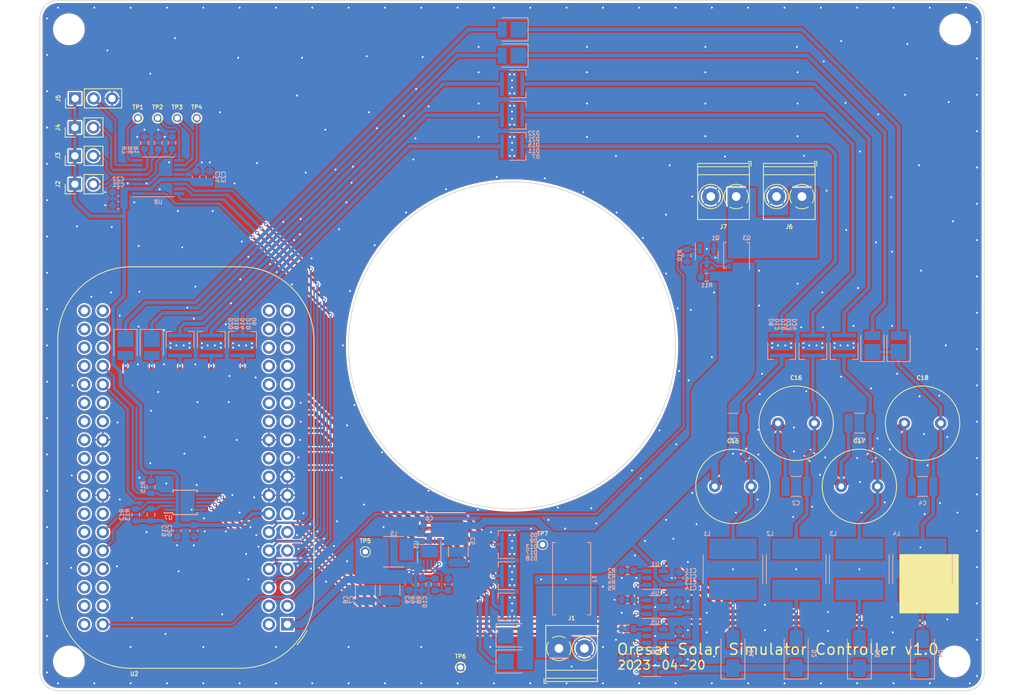
<source format=kicad_pcb>
(kicad_pcb (version 20221018) (generator pcbnew)
  (layers (0 "F.Cu" signal) (31 "B.Cu" signal) (34 "B.Paste" user) (35 "F.Paste" user) (36 "B.SilkS" user "B.Silkscreen") (37 "F.SilkS" user "F.Silkscreen") (38 "B.Mask" user) (39 "F.Mask" user) (44 "Edge.Cuts" user))
  (net 0 "")
  (net 1 "VCC")
  (net 2 "GND")
  (net 3 "+5V")
  (net 4 "Net-(U3-INTVcc)")
  (net 5 "+3.3V")
  (net 6 "Net-(U1-RSET)")
  (net 7 "Net-(U4-RSET)")
  (net 8 "Net-(U5-RSET)")
  (net 9 "Net-(U6-RSET)")
  (net 10 "Net-(U3-MODE)")
  (net 15 "Net-(U2-SPI0.CS)")
  (net 17 "Net-(U2-SPI0.CLK)")
  (net 19 "Net-(U2-SPI0.MISO)")
  (net 21 "Net-(U2-SPI0.MOSI)")
  (net 48 "Net-(D5-K)")
  (net 50 "Net-(D6-K)")
  (net 61 "Net-(D7-K)")
  (net 64 "Net-(D10-A)")
  (net 72 "Net-(U3-SW)")
  (net 74 "Net-(D10-K)")
  (net 75 "Net-(D11-K)")
  (net 76 "Net-(D12-K)")
  (net 77 "Net-(D14-K)")
  (net 78 "Net-(D15-K)")
  (net 79 "Net-(D16-K)")
  (net 80 "/RED_LIM")
  (net 81 "Net-(D1-A)")
  (net 82 "/DAC_RDY{slash}~{BSY}")
  (net 83 "/DAC_~{LDAC}")
  (net 85 "/SDA1")
  (net 86 "/SCL1")
  (net 87 "Net-(D2-A)")
  (net 88 "Net-(D3-A)")
  (net 89 "Net-(D4-A)")
  (net 90 "/GREEN_LIM")
  (net 91 "/BLUE_LIM")
  (net 92 "/UV_LIM")
  (net 93 "Net-(D17-K)")
  (net 94 "Net-(D18-K)")
  (net 95 "Net-(J1-Pin_1)")
  (net 96 "Net-(Q1-G)")
  (net 97 "Net-(D8-K)")
  (net 98 "Net-(D23-K)")
  (net 99 "Net-(D13-K)")
  (net 100 "Net-(D19-K)")
  (net 101 "Net-(D20-K)")
  (net 102 "Net-(D21-K)")
  (net 103 "Net-(D22-K)")
  (net 104 "Net-(Q1-D)")
  (net 105 "Net-(J6-Pin_1)")
  (net 107 "/THERM1")
  (net 108 "/THERM2")
  (net 109 "/THERM3")
  (net 110 "/PHOTODIODE")
  (net 111 "Net-(U8-IN4)")
  (net 112 "Net-(U8-IN5)")
  (net 113 "Net-(U8-IN6)")
  (net 114 "Net-(U8-IN7)")
  (footprint "MountingHole:MountingHole_2.2mm_M2" (layer "F.Cu") (at 206 59)
    (fp_text reference "REF**" hide)
    (fp_text value "MountingHole_2.2mm_M2")
  )
  (footprint "Connector_PinHeader_2.54mm:PinHeader_1x02_P2.54mm_Vertical" (layer "F.Cu") (at 84.825 80.3 90)
    (fp_text reference "J2")
    (fp_text value "Conn_01x02")
  )
  (footprint "Capacitor_THT:C_Radial_D10.0mm_H16.0mm_P5.00mm" (layer "F.Cu") (at 199 113.2)
    (fp_text reference "C18")
    (fp_text value "NP")
  )
  (footprint "oresat-misc:TestPoint-MinTH" (layer "F.Cu") (at 96.2 71.2)
    (fp_text reference "TP2")
    (fp_text value "TestPoint-MinTH" hide)
  )
  (footprint "TerminalBlock_Phoenix:TerminalBlock_Phoenix_PT-1,5-2-3.5-H_1x02_P3.50mm_Horizontal" (layer "F.Cu") (at 151.45 144.2)
    (fp_text reference "J1")
    (fp_text value "Conn_01x02")
  )
  (footprint "Connector_PinHeader_2.54mm:PinHeader_1x02_P2.54mm_Vertical" (layer "F.Cu") (at 84.825 76.4 90)
    (fp_text reference "J3")
    (fp_text value "Conn_01x02")
  )
  (footprint "Capacitor_THT:C_Radial_D10.0mm_H16.0mm_P5.00mm" (layer "F.Cu") (at 181.6 113.2)
    (fp_text reference "C16")
    (fp_text value "NP")
  )
  (footprint "Connector_PinHeader_2.54mm:PinHeader_1x03_P2.54mm_Vertical" (layer "F.Cu") (at 84.86 68.5 90)
    (fp_text reference "J5")
    (fp_text value "Conn_01x03")
  )
  (footprint "MountingHole:MountingHole_2.2mm_M2" (layer "F.Cu") (at 84 59)
    (fp_text reference "REF**" hide)
    (fp_text value "MountingHole_2.2mm_M2")
  )
  (footprint "TerminalBlock_Phoenix:TerminalBlock_Phoenix_PT-1,5-2-3.5-H_1x02_P3.50mm_Horizontal" (layer "F.Cu") (at 175.85 82 180)
    (fp_text reference "J7")
    (fp_text value "Conn_01x02")
  )
  (footprint "oresat-misc:TestPoint-MinTH" (layer "F.Cu") (at 98.9 71.2)
    (fp_text reference "TP3")
    (fp_text value "TestPoint-MinTH" hide)
  )
  (footprint "Capacitor_THT:C_Radial_D10.0mm_H16.0mm_P5.00mm" (layer "F.Cu") (at 172.9 121.9)
    (fp_text reference "C15")
    (fp_text value "NP")
  )
  (footprint "Module:BeagleBoard_PocketBeagle" (layer "F.Cu") (at 114.07 140.89 180)
    (fp_text reference "U2")
    (fp_text value "PocketBeagle")
  )
  (footprint "Capacitor_THT:C_Radial_D10.0mm_H16.0mm_P5.00mm" (layer "F.Cu") (at 190.3 121.9)
    (fp_text reference "C17")
    (fp_text value "NP")
  )
  (footprint "oresat-misc:TestPoint-MinTH" (layer "F.Cu") (at 101.6 71.2)
    (fp_text reference "TP4")
    (fp_text value "TestPoint-MinTH" hide)
  )
  (footprint "oresat-misc:TestPoint-MinTH" (layer "F.Cu") (at 137.9 146.8)
    (fp_text reference "TP6")
    (fp_text value "TestPoint-MinTH" hide)
  )
  (footprint "MountingHole:MountingHole_2.2mm_M2" (layer "F.Cu") (at 84 146)
    (fp_text reference "REF**" hide)
    (fp_text value "MountingHole_2.2mm_M2")
  )
  (footprint "oresat-misc:TestPoint-MinTH" (layer "F.Cu") (at 124.8 130.9)
    (fp_text reference "TP5")
    (fp_text value "TestPoint-MinTH" hide)
  )
  (footprint "MountingHole:MountingHole_2.2mm_M2" (layer "F.Cu") (at 205.9 146)
    (fp_text reference "REF**" hide)
    (fp_text value "MountingHole_2.2mm_M2")
  )
  (footprint "oresat-misc:TestPoint-MinTH" (layer "F.Cu") (at 149.2 129.9)
    (fp_text reference "TP7")
    (fp_text value "TestPoint-MinTH" hide)
  )
  (footprint "Connector_PinHeader_2.54mm:PinHeader_1x02_P2.54mm_Vertical" (layer "F.Cu") (at 84.825 72.5 90)
    (fp_text reference "J4")
    (fp_text value "Conn_01x02")
  )
  (footprint "oresat-misc:TestPoint-MinTH" (layer "F.Cu") (at 93.5 71.2)
    (fp_text reference "TP1")
    (fp_text value "TestPoint-MinTH" hide)
  )
  (footprint "TerminalBlock_Phoenix:TerminalBlock_Phoenix_PT-1,5-2-3.5-H_1x02_P3.50mm_Horizontal" (layer "F.Cu") (at 184.9 82 180)
    (fp_text reference "J6")
    (fp_text value "Conn_01x02")
  )
  (footprint "Resistor_SMD:R_0603_1608Metric" (layer "B.Cu") (at 93.2 125.8 90)
    (fp_text reference "R12")
    (fp_text value "4.7k")
  )
  (footprint "Capacitor_SMD:C_1210_3225Metric" (layer "B.Cu") (at 175.4 113.2)
    (fp_text reference "C1")
    (fp_text value "22u")
  )
  (footprint "Capacitor_SMD:C_0603_1608Metric" (layer "B.Cu") (at 90.8 83.2 180)
    (fp_text reference "C21")
    (fp_text value "1u")
  )
  (footprint "Capacitor_SMD:C_1210_3225Metric" (layer "B.Cu") (at 184.1 121.9)
    (fp_text reference "C2")
    (fp_text value "22u")
  )
  (footprint "Inductor_SMD:L_Bourns_SRN8040TA" (layer "B.Cu") (at 192.8 133.3 90)
    (fp_text reference "L3")
    (fp_text value "56u")
  )
  (footprint "Capacitor_SMD:C_1210_3225Metric" (layer "B.Cu") (at 128.2 136.2 -90)
    (fp_text reference "C7")
    (fp_text value "22u")
  )
  (footprint "Resistor_SMD:R_0603_1608Metric" (layer "B.Cu") (at 160.9 145.5 180)
    (fp_text reference "R5")
    (fp_text value "25k")
  )
  (footprint "Package_SON:Diodes_PowerDI3333-8" (layer "B.Cu") (at 175.9 90.1 90)
    (fp_text reference "Q3")
    (fp_text value "RQ3E120ATTB")
  )
  (footprint "LED_SMD:LED_Cree-XP" (layer "B.Cu") (at 145 134.2)
    (fp_text reference "D9")
    (fp_text value "NP")
  )
  (footprint "Package_SO:MSOP-10_3x3mm_P0.5mm" (layer "B.Cu") (at 100 124.1)
    (fp_text reference "U7")
    (fp_text value "MCP4728")
  )
  (footprint "LED_SMD:LED_PLCC_2835" (layer "B.Cu") (at 145 142.4)
    (fp_text reference "D17")
    (fp_text value "153283367A212")
  )
  (footprint "Resistor_SMD:R_0603_1608Metric" (layer "B.Cu") (at 98.2 74.6 90)
    (fp_text reference "R1")
    (fp_text value "10k")
  )
  (footprint "Resistor_SMD:R_0603_1608Metric" (layer "B.Cu") (at 160.9 133.5 180)
    (fp_text reference "R2")
    (fp_text value "10k")
  )
  (footprint "Resistor_SMD:R_0603_1608Metric" (layer "B.Cu") (at 160.9 141.5 180)
    (fp_text reference "R4")
    (fp_text value "10k")
  )
  (footprint "Capacitor_SMD:C_0603_1608Metric" (layer "B.Cu") (at 168 142.5 90)
    (fp_text reference "C13")
    (fp_text value "4.7u")
  )
  (footprint "LED_SMD:LED_Cree-XP" (layer "B.Cu") (at 103.6 102.5 -90)
    (fp_text reference "D10")
    (fp_text value "XPEBGR-L1-0000-00D01")
  )
  (footprint "Resistor_SMD:R_0603_1608Metric" (layer "B.Cu") (at 95.3 125.8 90)
    (fp_text reference "R13")
    (fp_text value "4.7k")
  )
  (footprint "Capacitor_SMD:C_0603_1608Metric" (layer "B.Cu") (at 168 134.5 90)
    (fp_text reference "C11")
    (fp_text value "4.7u")
  )
  (footprint "LED_SMD:LED_Cree-XP" (layer "B.Cu") (at 145 70.8 180)
    (fp_text reference "D11")
    (fp_text value "NP")
  )
  (footprint "Diode_SMD:D_SMA" (layer "B.Cu") (at 175.4 144.9 90)
    (fp_text reference "D1")
    (fp_text value "SS210A")
  )
  (footprint "LED_SMD:LED_Cree-XP" (layer "B.Cu") (at 99.3 102.5 -90)
    (fp_text reference "D14")
    (fp_text value "XPEBBL-L1-0000-00201")
  )
  (footprint "Inductor_SMD:L_Bourns_SRN8040TA" (layer "B.Cu") (at 184.1 133.3 90)
    (fp_text reference "L2")
    (fp_text value "56u")
  )
  (footprint "LED_SMD:LED_Cree-XP" (layer "B.Cu") (at 145 75.1 180)
    (fp_text reference "D7")
    (fp_text value "NP")
  )
  (footprint "Capacitor_SMD:C_0603_1608Metric" (layer "B.Cu") (at 133.6 127.3 180)
    (fp_text reference "C6")
    (fp_text value "100n")
  )
  (footprint "Capacitor_SMD:C_0603_1608Metric" (layer "B.Cu") (at 130.8 135.4 -90)
    (fp_text reference "C9")
    (fp_text value "100n")
  )
  (footprint "Resistor_SMD:R_0603_1608Metric" (layer "B.Cu") (at 134.4 135.4 -90)
    (fp_text reference "R8")
    (fp_text value "100k")
  )
  (footprint "Capacitor_SMD:C_1210_3225Metric" (layer "B.Cu") (at 137.6 130.9 -90)
    (fp_text reference "C5")
    (fp_text value "22u")
  )
  (footprint "Resistor_SMD:R_0603_1608Metric" (layer "B.Cu") (at 132.6 135.4 -90)
    (fp_text reference "R9")
    (fp_text value "100k")
  )
  (footprint "LED_SMD:LED_PLCC_2835" (layer "B.Cu") (at 198.2 102.5 90)
    (fp_text reference "D24")
    (fp_text value "153283367A212")
  )
  (footprint "LED_SMD:LED_PLCC_2835" (layer "B.Cu") (at 194.6 102.5 90)
    (fp_text reference "D23")
    (fp_text value "153283367A212")
  )
  (footprint "Diode_SMD:D_SMA" (layer "B.Cu") (at 192.8 144.9 90)
    (fp_text reference "D3")
    (fp_text value "SS210A")
  )
  (footprint "LED_SMD:LED_Cree-XP" (layer "B.Cu") (at 145 138.5)
    (fp_text reference "D13")
    (fp_text value "NP")
  )
  (footprint "Resistor_SMD:R_0603_1608Metric" (layer "B.Cu") (at 95.3 122 -90)
    (fp_text reference "R15")
    (fp_text value "100k")
  )
  (footprint "Resistor_SMD:R_0603_1608Metric" (layer "B.Cu") (at 94.4 74.6 90)
    (fp_text reference "R7")
    (fp_text value "10k")
  )
  (footprint "Package_TO_SOT_SMD:TSOT-23-5" (layer "B.Cu") (at 164.7 138.5)
    (fp_text reference "U4")
    (fp_text value "CAT4201")
  )
  (footprint "Fuse:Fuseholder_Littelfuse_Nano2_154x" (layer "B.Cu") (at 153.2 134.6 90)
    (fp_text reference "F1")
    (fp_text value "10A")
  )
  (footprint "Package_DFN_QFN:DFN-8-1EP_3x3mm_P0.5mm_EP1.65x2.38mm" (layer "B.Cu") (at 133.6 130.9 -90)
    (fp_text reference "U3")
    (fp_text value "LTC3624")
  )
  (footprint "Package_TO_SOT_SMD:TSOT-23-5" (layer "B.Cu") (at 164.7 146.5)
    (fp_text reference "U6")
    (fp_text value "CAT4201")
  )
  (footprint "LED_SMD:LED_Cree-XP" (layer "B.Cu") (at 186.4 102.5 90)
    (fp_text reference "D12")
    (fp_text value "XPEBGR-L1-0000-00D01")
  )
  (footprint "Diode_SMD:D_SMA" (layer "B.Cu") (at 201.5 144.9 90)
    (fp_text reference "D4")
    (fp_text value "SS210A")
  )
  (footprint "Capacitor_SMD:C_0603_1608Metric" (layer "B.Cu") (at 168 146.5 90)
    (fp_text reference "C14")
    (fp_text value "4.7u")
  )
  (footprint "Capacitor_SMD:C_1210_3225Metric" (layer "B.Cu") (at 124.8 136.2 -90)
    (fp_text reference "C8")
    (fp_text value "22u")
  )
  (footprint "Package_TO_SOT_SMD:TSOT-23-5" (layer "B.Cu") (at 164.7 142.5)
    (fp_text reference "U5")
    (fp_text value "CAT4201")
  )
  (footprint "Capacitor_SMD:C_1210_3225Metric" (layer "B.Cu") (at 201.5 121.9)
    (fp_text reference "C4")
    (fp_text value "22u")
  )
  (footprint "Resistor_SMD:R_0603_1608Metric" (layer "B.Cu") (at 171.8 93.1 180)
    (fp_text reference "R11")
    (fp_text value "1k")
  )
  (footprint "Capacitor_SMD:C_0603_1608Metric" (layer "B.Cu") (at 168 138.5 90)
    (fp_text reference "C12")
    (fp_text value "4.7u")
  )
  (footprint "oresat-passives:L_ECS-MPI4040" (layer "B.Cu") (at 128.7 130.9 180)
    (fp_text reference "L5")
    (fp_text value "3u3")
  )
  (footprint "Resistor_SMD:R_0603_1608Metric" (layer "B.Cu") (at 160.9 137.5 180)
    (fp_text reference "R3")
    (fp_text value "10k")
  )
  (footprint "Inductor_SMD:L_Bourns_SRN8040TA" (layer "B.Cu") (at 175.4 133.3 90)
    (fp_text reference "L1")
    (fp_text value "56u")
  )
  (footprint "LED_SMD:LED_PLCC_2835" (layer "B.Cu") (at 145 146)
    (fp_text reference "D18")
    (fp_text value "153283367A212")
  )
  (footprint "LED_SMD:LED_PLCC_2835" (layer "B.Cu") (at 145 59 180)
    (fp_text reference "D22")
    (fp_text value "153283367A212")
  )
  (footprint "Inductor_SMD:L_Bourns_SRN8040TA" (layer "B.Cu") (at 201.5 133.3 90)
    (fp_text reference "L4")
    (fp_text value "56u")
  )
  (footprint "Capacitor_SMD:C_0603_1608Metric" (layer "B.Cu") (at 136.2 135.4 90)
    (fp_text reference "C10")
    (fp_text value "2u2")
  )
  (footprint "LED_SMD:LED_PLCC_2835" (layer "B.Cu") (at 95.4 102.5 -90)
    (fp_text reference "D19")
    (fp_text value "153283367A212")
  )
  (footprint "LED_SMD:LED_Cree-XP" (layer "B.Cu") (at 107.9 102.5 -90)
    (fp_text reference "D6")
    (fp_text value "XPEBRD-L1-0000-00501")
  )
  (footprint "LED_SMD:LED_PLCC_2835" (layer "B.Cu") (at 91.8 102.5 -90)
    (fp_text reference "D20")
    (fp_text value "153283367A212")
  )
  (footprint "Package_TO_SOT_SMD:TSOT-23-5" (layer "B.Cu") (at 164.7 134.5)
    (fp_text reference "U1")
    (fp_text value "CAT4201")
  )
  (footprint "LED_SMD:LED_PLCC_2835" (layer "B.Cu") (at 145 62.6 180)
    (fp_text reference "D21")
    (fp_text value "153283367A212")
  )
  (footprint "Package_TO_SOT_SMD:SOT-23" (layer "B.Cu") (at 171.8 90.1 -90)
    (fp_text reference "Q1")
    (fp_text value "PMV45EN2")
  )
  (footprint "Package_SO:TSSOP-16_4.4x5mm_P0.65mm" (layer "B.Cu") (at 96.3 79.3)
    (fp_text reference "U8")
    (fp_text value "ADC108S022")
  )
  (footprint "Capacitor_SMD:C_0603_1608Metric" (layer "B.Cu") (at 101.2 128 -90)
    (fp_text reference "C20")
    (fp_text value "1u")
  )
  (footprint "Capacitor_SMD:C_0603_1608Metric" (layer "B.Cu") (at 103.4 79.3 90)
    (fp_text reference "C23")
    (fp_text value "1u")
  )
  (footprint "LED_SMD:LED_Cree-XP" (layer "B.Cu") (at 190.7 102.5 90)
    (fp_text reference "D16")
    (fp_text value "XPEBBL-L1-0000-00201")
  )
  (footprint "Capacitor_SMD:C_0603_1608Metric" (layer "B.Cu") (at 98.9 128 -90)
    (fp_text reference "C19")
    (fp_text value "100n")
  )
  (footprint "Resistor_SMD:R_0603_1608Metric" (layer "B.Cu") (at 169.1 90.1 -90)
    (fp_text reference "R10")
    (fp_text value "10k")
  )
  (footprint "Capacitor_SMD:C_0603_1608Metric" (layer "B.Cu") (at 90.8 81.4 180)
    (fp_text reference "C22")
    (fp_text value "100n")
  )
  (footprint "LED_SMD:LED_Cree-XP" (layer "B.Cu") (at 145 129.9)
    (fp_text reference "D5")
    (fp_text value "NP")
  )
  (footprint "Resistor_SMD:R_0603_1608Metric" (layer "B.Cu") (at 96.3 74.6 90)
    (fp_text reference "R6")
    (fp_text value "10k")
  )
  (footprint "LED_SMD:LED_Cree-XP" (layer "B.Cu") (at 145 66.5 180)
    (fp_text reference "D15")
    (fp_text value "NP")
  )
  (footprint "Diode_SMD:D_SMA" (layer "B.Cu") (at 184.1 144.9 90)
    (fp_text reference "D2")
    (fp_text value "SS210A")
  )
  (footprint "Capacitor_SMD:C_1210_3225Metric" (layer "B.Cu") (at 192.8 113.2)
    (fp_text reference "C3")
    (fp_text value "22u")
  )
  (footprint "LED_SMD:LED_Cree-XP" (layer "B.Cu") (at 182.1 102.5 90)
    (fp_text reference "D8")
    (fp_text value "XPEBRD-L1-0000-00501")
  )
  (footprint "Capacitor_SMD:C_0603_1608Metric" (layer "B.Cu") (at 101.5 79.3 90)
    (fp_text reference "C24")
    (fp_text value "100n")
  )
  (gr_rect (start 198.4 131.3) (end 206.4 139.3) (stroke (width 0.15)) (fill solid) (layer "F.SilkS"))
  (gr_line (start 210 57.5) (end 210 147.5) (stroke (width 0.1)) (layer "Edge.Cuts"))
  (gr_line (start 82.5 55) (end 207.5 55) (stroke (width 0.1)) (layer "Edge.Cuts"))
  (gr_arc (start 207.5 55) (mid 209.267767 55.732233) (end 210 57.5) (stroke (width 0.1)) (layer "Edge.Cuts"))
  (gr_arc (start 80 57.5) (mid 80.732233 55.732233) (end 82.5 55) (stroke (width 0.1)) (layer "Edge.Cuts"))
  (gr_line (start 80 147.5) (end 80 57.5) (stroke (width 0.1)) (layer "Edge.Cuts"))
  (gr_arc (start 210 147.5) (mid 209.267767 149.267767) (end 207.5 150) (stroke (width 0.1)) (layer "Edge.Cuts"))
  (gr_line (start 207.5 150) (end 82.5 150) (stroke (width 0.1)) (layer "Edge.Cuts"))
  (gr_circle (center 145 102.5) (end 167.5 102.5) (stroke (width 0.1)) (fill none) (layer "Edge.Cuts"))
  (gr_arc (start 82.5 150) (mid 80.732233 149.267767) (end 80 147.5) (stroke (width 0.1)) (layer "Edge.Cuts"))
  (gr_text "Oresat Solar Simulator Controller v1.0" (at 159.3 145.2) (layer "F.SilkS") (effects (font (size 1.5 1.5) (thickness 0.2)) (justify left bottom)))
  (gr_text "2023-04-20" (at 159.4 147.2) (layer "F.SilkS") (effects (font (size 1.2 1.2) (thickness 0.18)) (justify left bottom)))
  (segment (start 199 113.2) (end 190.3 121.9) (width 1) (layer "F.Cu") (net 1))
  (segment (start 181.6 113.2) (end 190.3 121.9) (width 1) (layer "F.Cu") (net 1))
  (segment (start 172.9 121.9) (end 181.6 113.2) (width 1) (layer "F.Cu") (net 1))
  (segment (start 170.3 135.65) (end 170.3 139.6) (width 0.5) (layer "B.Cu") (net 1))
  (segment (start 175.275 147.025) (end 170.425 147.025) (width 1) (layer "B.Cu") (net 1))
  (segment (start 170.3 139.6) (end 170.3 143.6) (width 0.5) (layer "B.Cu") (net 1))
  (segment (start 148.485 126.7) (end 141.2 126.7) (width 1) (layer "B.Cu") (net 1))
  (segment (start 165.8375 139.45) (end 167.825 139.45) (width 0.5) (layer "B.Cu") (net 1))
  (segment (start 181.6 113.2) (end 181.6 116.85) (width 0.5) (layer "B.Cu") (net 1))
  (segment (start 169.975 143.275) (end 170.3 143.6) (width 0.5) (layer "B.Cu") (net 1))
  (segment (start 140.6 127.3) (end 134.375 127.3) (width 1) (layer "B.Cu") (net 1))
  (segment (start 199 113.2) (end 199 116.8) (width 0.5) (layer "B.Cu") (net 1))
  (segment (start 170.3 143.6) (end 170.3 146.9) (width 0.5) (layer "B.Cu") (net 1))
  (segment (start 167.825 139.45) (end 168 139.275) (width 0.5) (layer "B.Cu") (net 1))
  (segment (start 172.1 109.4) (end 175.9 105.6) (width 5) (layer "B.Cu") (net 1))
  (segment (start 170.425 147.025) (end 170.3 146.9) (width 1) (layer "B.Cu") (net 1))
  (segment (start 169.925 147.275) (end 170.3 146.9) (width 0.5) (layer "B.Cu") (net 1))
  (segment (start 153.2 131.415) (end 156.785 131.415) (width 5) (layer "B.Cu") (net 1))
  (segment (start 172.9 116.9) (end 172.1 116.1) (width 0.5) (layer "B.Cu") (net 1))
  (segment (start 165.8375 147.45) (end 167.825 147.45) (width 0.5) (layer "B.Cu") (net 1))
  (segment (start 169.925 135.275) (end 170.3 135.65) (width 0.5) (layer "B.Cu") (net 1))
  (segment (start 160.15 128.45) (end 160.15 128.05) (width 0.5) (layer "B.Cu") (net 1))
  (segment (start 167.825 135.45) (end 165.8375 135.45) (width 0.5) (layer "B.Cu") (net 1))
  (segment (start 160.15 128.05) (end 172.1 116.1) (width 5) (layer "B.Cu") (net 1))
  (segment (start 175.9 105.6) (end 175.9 97) (width 5) (layer "B.Cu") (net 1))
  (segment (start 167.825 143.45) (end 168 143.275) (width 0.5) (layer "B.Cu") (net 1))
  (segment (start 182.6 121.875) (end 182.625 121.9) (width 0.5) (layer "B.Cu") (net 1))
  (segment (start 168 139.275) (end 169.975 139.275) (width 0.5) (layer "B.Cu") (net 1))
  (segment (start 199 116.8) (end 200.025 117.825) (width 0.5) (layer "B.Cu") (net 1))
  (segment (start 175.4 146.9) (end 175.275 147.025) (width 1) (layer "B.Cu") (net 1))
  (segment (start 164.7 134.3125) (end 164.7 133) (width 0.5) (layer "B.Cu") (net 1))
  (segment (start 153.2 131.415) (end 148.485 126.7) (width 1) (layer "B.Cu") (net 1))
  (segment (start 168 147.275) (end 169.925 147.275) (width 0.5) (layer "B.Cu") (net 1))
  (segment (start 181.6 116.85) (end 182.6 117.85) (width 0.5) (layer "B.Cu") (net 1))
  (segment (start 201.5 146.9) (end 175.4 146.9) (width 1) (layer "B.Cu") (net 1))
  (segment (start 182.6 117.85) (end 182.6 121.875) (width 0.5) (layer "B.Cu") (net 1))
  (segment (start 164.7 133) (end 160.15 128.45) (width 0.5) (layer "B.Cu") (net 1))
  (segment (start 141.2 126.7) (end 140.6 127.3) (width 1) (layer "B.Cu") (net 1))
  (segment (start 168 135.275) (end 167.825 135.45) (width 0.5) (layer "B.Cu") (net 1))
  (segment (start 168 135.275) (end 169.925 135.275) (width 0.5) (layer "B.Cu") (net 1))
  (segment (start 191.325 117.575) (end 190.3 118.6) (width 0.5) (layer "B.Cu") (net 1))
  (segment (start 200.025 117.825) (end 200.025 121.9) (width 0.5) (layer "B.Cu") (net 1))
  (segment (start 172.9 121.9) (end 172.9 116.9) (width 1) (layer "B.Cu") (net 1))
  (segment (start 156.785 131.415) (end 160.15 128.05) (width 5) (layer "B.Cu") (net 1))
  (segment (start 165.8375 143.45) (end 167.825 143.45) (width 0.5) (layer "B.Cu") (net 1))
  (segment (start 165.8375 135.45) (end 164.7 134.3125) (width 0.5) (layer "B.Cu") (net 1))
  (segment (start 167.825 147.45) (end 168 147.275) (width 0.5) (layer "B.Cu") (net 1))
  (segment (start 190.3 118.6) (end 190.3 121.9) (width 0.5) (layer "B.Cu") (net 1))
  (segment (start 169.975 139.275) (end 170.3 139.6) (width 0.5) (layer "B.Cu") (net 1))
  (segment (start 172.1 116.1) (end 172.1 109.4) (width 5) (layer "B.Cu") (net 1))
  (segment (start 191.325 113.2) (end 191.325 117.575) (width 0.5) (layer "B.Cu") (net 1))
  (segment (start 168 143.275) (end 169.975 143.275) (width 0.5) (layer "B.Cu") (net 1))
  (via (at 89 81.4) (size 0.508) (drill 0.254) (layers "F.Cu" "B.Cu") (net 2))
  (via (at 104.9 102.2) (size 0.508) (drill 0.254) (layers "F.Cu" "B.Cu") (net 2))
  (via (at 183.7 126.1) (size 0.508) (drill 0.254) (layers "F.Cu" "B.Cu") (net 2))
  (via (at 90.7 113.1) (size 0.508) (drill 0.254) (layers "F.Cu" "B.Cu") (net 2))
  (via (at 115.6 130.5) (size 0.508) (drill 0.254) (layers "F.Cu" "B.Cu") (net 2))
  (via (at 81 77.5) (size 0.508) (drill 0.254) (layers "F.Cu" "B.Cu") (net 2))
  (via (at 167.2 129.1) (size 0.508) (drill 0.254) (layers "F.Cu" "B.Cu") (net 2))
  (via (at 112.5 144) (size 0.508) (drill 0.254) (layers "F.Cu" "B.Cu") (net 2))
  (via (at 157.5 135.7) (size 0.508) (drill 0.254) (layers "F.Cu" "B.Cu") (net 2))
  (via (at 192.9 121.3) (size 0.508) (drill 0.254) (layers "F.Cu" "B.Cu") (net 2))
  (via (at 97.2 73.8) (size 0.508) (drill 0.254) (layers "F.Cu" "B.Cu") (net 2))
  (via (at 95.2 118.7) (size 0.508) (drill 0.254) (layers "F.Cu" "B.Cu") (net 2))
  (via (at 197.3 89.6) (size 0.508) (drill 0.254) (layers "F.Cu" "B.Cu") (net 2))
  (via (at 162.7 120.8) (size 0.508) (drill 0.254) (layers "F.Cu" "B.Cu") (net 2))
  (via (at 169.6 97.6) (size 0.508) (drill 0.254) (layers "F.Cu" "B.Cu") (net 2))
  (via (at 133.5 69.6) (size 0.508) (drill 0.254) (layers "F.Cu" "B.Cu") (net 2))
  (via (at 175.4 133.3) (size 0.508) (drill 0.254) (layers "F.Cu" "B.Cu") (net 2))
  (via (at 120.5 130.1) (size 0.508) (drill 0.254) (layers "F.Cu" "B.Cu") (net 2))
  (via (at 140.4 69.2) (size 0.508) (drill 0.254) (layers "F.Cu" "B.Cu") (net 2))
  (via (at 93.7 95.1) (size 0.508) (drill 0.254) (layers "F.Cu" "B.Cu") (net 2))
  (via (at 102.3 102.2) (size 0.508) (drill 0.254) (layers "F.Cu" "B.Cu") (net 2))
  (via (at 87.5 149) (size 0.508) (drill 0.254) (layers "F.Cu" "B.Cu") (net 2))
  (via (at 201.2 130.3) (size 0.508) (drill 0.254) (layers "F.Cu" "B.Cu") (net 2))
  (via (at 81 147.5) (size 0.508) (drill 0.254) (layers "F.Cu" "B.Cu") (net 2))
  (via (at 162.1 134.5) (size 0.508) (drill 0.254) (layers "F.Cu" "B.Cu") (net 2))
  (via (at 145.3 132.9) (size 0.508) (drill 0.254) (layers "F.Cu" "B.Cu") (net 2))
  (via (at 145 134.7) (size 0.508) (drill 0.254) (layers "F.Cu" "B.Cu") (net 2))
  (via (at 157.5 149) (size 0.508) (drill 0.254) (layers "F.Cu" "B.Cu") (net 2))
  (via (at 87.1 95.8) (size 0.508) (drill 0.254) (layers "F.Cu" "B.Cu") (net 2))
  (via (at 108.4 102.5) (size 0.508) (drill 0.254) (layers "F.Cu" "B.Cu") (net 2))
  (via (at 201.7 114.7) (size 0.508) (drill 0.254) (layers "F.Cu" "B.Cu") (net 2))
  (via (at 112.5 56) (size 0.508) (drill 0.254) (layers "F.Cu" "B.Cu") (net 2))
  (via (at 145 66) (size 0.508) (drill 0.254) (layers "F.Cu" "B.Cu") (net 2))
  (via (at 145.3 135.5) (size 0.508) (drill 0.254) (layers "F.Cu" "B.Cu") (net 2))
  (via (at 91 98.4) (size 0.508) (drill 0.254) (layers "F.Cu" "B.Cu") (net 2))
  (via (at 117.5 56) (size 0.508) (drill 0.254) (layers "F.Cu" "B.Cu") (net 2))
  (via (at 161.5 119.7) (size 0.508) (drill 0.254) (layers "F.Cu" "B.Cu") (net 2))
  (via (at 185.2 76.4) (size 0.508) (drill 0.254) (layers "F.Cu" "B.Cu") (net 2))
  (via (at 81 67.5) (size 0.508) (drill 0.254) (layers "F.Cu" "B.Cu") (net 2))
  (via (at 131.7 74) (size 0.508) (drill 0.254) (layers "F.Cu" "B.Cu") (net 2))
  (via (at 126.4 72.6) (size 0.508) (drill 0.254) (layers "F.Cu" "B.Cu") (net 2))
  (via (at 119.1 129.1) (size 0.508) (drill 0.254) (layers "F.Cu" "B.Cu") (net 2))
  (via (at 133.5 122.5) (size 0.508) (drill 0.254) (layers "F.Cu" "B.Cu") (net 2))
  (via (at 99.9 117.4) (size 0.508) (drill 0.254) (layers "F.Cu" "B.Cu") (net 2))
  (via (at 82.5 56) (size 0.508) (drill 0.254) (layers "F.Cu" "B.Cu") (net 2))
  (via (at 145 133.7) (size 0.508) (drill 0.254) (layers "F.Cu" "B.Cu") (net 2))
  (via (at 166.2 92.6) (size 0.508) (drill 0.254) (layers "F.Cu" "B.Cu") (net 2))
  (via (at 191 86.6) (size 0.508) (drill 0.254) (layers "F.Cu" "B.Cu") (net 2))
  (via (at 96.3 72.8) (size 0.508) (drill 0.254) (layers "F.Cu" "B.Cu") (net 2))
  (via (at 137.5 149) (size 0.508) (drill 0.254) (layers "F.Cu" "B.Cu") (net 2))
  (via (at 144.7 135.5) (size 0.508) (drill 0.254) (layers "F.Cu" "B.Cu") (net 2))
  (via (at 188.5 141.8) (size 0.508) (drill 0.254) (layers "F.Cu" "B.Cu") (net 2))
  (via (at 107.6 93.4) (size 0.508) (drill 0.254) (layers "F.Cu" "B.Cu") (net 2))
  (via (at 179.4 106.4) (size 0.508) (drill 0.254) (layers "F.Cu" "B.Cu") (net 2))
  (via (at 178.9 117.5) (size 0.508) (drill 0.254) (layers "F.Cu" "B.Cu") (net 2))
  (via (at 157.5 56) (size 0.508) (drill 0.254) (layers "F.Cu" "B.Cu") (net 2))
  (via (at 145 129.4) (size 0.508) (drill 0.254) (layers "F.Cu" "B.Cu") (net 2))
  (via (at 169.3 107.3) (size 0.508) (drill 0.254) (layers "F.Cu" "B.Cu") (net 2))
  (via (at 145.3 72.1) (size 0.508) (drill 0.254) (layers "F.Cu" "B.Cu") (net 2))
  (via (at 145.3 128.6) (size 0.508) (drill 0.254) (layers "F.Cu" "B.Cu") (net 2))
  (via (at 195.1 88.3) (size 0.508) (drill 0.254) (layers "F.Cu" "B.Cu") (net 2))
  (via (at 171.6 64.9) (size 0.508) (drill 0.254) (layers "F.Cu" "B.Cu") (net 2))
  (via (at 188.1 117.9) (size 0.508) (drill 0.254) (layers "F.Cu" "B.Cu") (net 2))
  (via (at 109 127.5) (size 0.508) (drill 0.254) (layers "F.Cu" "B.Cu") (net 2))
  (via (at 188.3 81.2) (size 0.508) (drill 0.254) (layers "F.Cu" "B.Cu") (net 2))
  (via (at 179.8 141.7) (size 0.508) (drill 0.254) (layers "F.Cu" "B.Cu") (net 2))
  (via (at 151.3 124.8) (size 0.508) (drill 0.254) (layers "F.Cu" "B.Cu") (net 2))
  (via (at 131.8 67.2) (size 0.508) (drill 0.254) (layers "F.Cu" "B.Cu") (net 2))
  (via (at 147.5 149) (size 0.508) (drill 0.254) (layers "F.Cu" "B.Cu") (net 2))
  (via (at 115.9 113) (size 0.508) (drill 0.254) (layers "F.Cu" "B.Cu") (net 2))
  (via (at 190.2 102.5) (size 0.508) (drill 0.254) (layers "F.Cu" "B.Cu") (net 2))
  (via (at 185.1 102.8) (size 0.508) (drill 0.254) (layers "F.Cu" "B.Cu") (net 2))
  (via (at 197.2 82.1) (size 0.508) (drill 0.254) (layers "F.Cu" "B.Cu") (net 2))
  (via (at 111.7 91.3) (size 0.508) (drill 0.254) (layers "F.Cu" "B.Cu") (net 2))
  (via (at 115.9 85.1) (size 0.508) (drill 0.254) (layers "F.Cu" "B.Cu") (net 2))
  (via (at 105.6 99.6) (size 0.508) (drill 0.254) (layers "F.Cu" "B.Cu") (net 2))
  (via (at 192.5 56) (size 0.508) (drill 0.254) (layers "F.Cu" "B.Cu") (net 2))
  (via (at 92.7 140) (size 0.508) (drill 0.254) (layers "F.Cu" "B.Cu") (net 2))
  (via (at 144.7 73.8) (size 0.508) (drill 0.254) (layers "F.Cu" "B.Cu") (net 2))
  (via (at 122.5 149) (size 0.508) (drill 0.254) (layers "F.Cu" "B.Cu") (net 2))
  (via (at 105.1 139.5) (size 0.508) (drill 0.254) (layers "F.Cu" "B.Cu") (net 2))
  (via (at 117.4 90.5) (size 0.508) (drill 0.254) (layers "F.Cu" "B.Cu") (net 2))
  (via (at 183.8 113.8) (size 0.508) (drill 0.254) (layers "F.Cu" "B.Cu") (net 2))
  (via (at 117.5 149) (size 0.508) (drill 0.254) (layers "F.Cu" "B.Cu") (net 2))
  (via (at 202.2 119) (size 0.508) (drill 0.254) (layers "F.Cu" "B.Cu") (net 2))
  (via (at 184.2 61.4) (size 0.508) (drill 0.254) (layers "F.Cu" "B.Cu") (net 2))
  (via (at 152.4 134.7) (size 0.508) (drill 0.254) (layers "F.Cu" "B.Cu") (net 2))
  (via (at 102.5 56) (size 0.508) (drill 0.254) (layers "F.Cu" "B.Cu") (net 2))
  (via (at 145.3 131.2) (size 0.508) (drill 0.254) (layers "F.Cu" "B.Cu") (net 2))
  (via (at 109.2 102.2) (size 0.508) (drill 0.254) (layers "F.Cu" "B.Cu") (net 2))
  (via (at 109.9 77.4) (size 0.508) (drill 0.254) (layers "F.Cu" "B.Cu") (net 2))
  (via (at 100.3 97.3) (size 0.508) (drill 0.254) (layers "F.Cu" "B.Cu") (net 2))
  (via (at 178.8 123.7) (size 0.508) (drill 0.254) (layers "F.Cu" "B.Cu") (net 2))
  (via (at 144.7 128.6) (size 0.508) (drill 0.254) (layers "F.Cu" "B.Cu") (net 2))
  (via (at 107.1 115.5) (size 0.508) (drill 0.254) (layers "F.Cu" "B.Cu") (net 2))
  (via (at 202.5 149) (size 0.508) (drill 0.254) (layers "F.Cu" "B.Cu") (net 2))
  (via (at 209 118) (size 0.508) (drill 0.254) (layers "F.Cu" "B.Cu") (net 2))
  (via (at 145.3 139.8) (size 0.508) (drill 0.254) (layers "F.Cu" "B.Cu") (net 2))
  (via (at 121.7 102.5) (size 0.508) (drill 0.254) (layers "F.Cu" "B.Cu") (net 2))
  (via (at 170.4 127.1) (size 0.508) (drill 0.254) (layers "F.Cu" "B.Cu") (net 2))
  (via (at 144.7 132.9) (size 0.508) (drill 0.254) (layers "F.Cu" "B.Cu") (net 2))
  (via (at 115.8 87.2) (size 0.508) (drill 0.254) (layers "F.Cu" "B.Cu") (net 2))
  (via (at 169.8 122.8) (size 0.508) (drill 0.254) (layers "F.Cu" "B.Cu") (net 2))
  (via (at 209 63) (size 0.508) (drill 0.254) (layers "F.Cu" "B.Cu") (net 2))
  (via (at 126.1 88.7) (size 0.508) (drill 0.254) (layers "F.Cu" "B.Cu") (net 2))
  (via (at 98.8 102.5) (size 0.508) (drill 0.254) (layers "F.Cu" "B.Cu") (net 2))
  (via (at 127.5 149) (size 0.508) (drill 0.254) (layers "F.Cu" "B.Cu") (net 2))
  (via (at 107.5 149) (size 0.508) (drill 0.254) (layers "F.Cu" "B.Cu") (net 2))
  (via (at 106.8 80.2) (size 0.508) (drill 0.254) (layers "F.Cu" "B.Cu") (net 2))
  (via (at 81 142.5) (size 0.508) (drill 0.254) (layers "F.Cu" "B.Cu") (net 2))
  (via (at 145 67) (size 0.508) (drill 0.254) (layers "F.Cu" "B.Cu") (net 2))
  (via (at 97.8 77.3) (size 0.508) (drill 0.254) (layers "F.Cu" "B.Cu") (net 2))
  (via (at 102.7 115.1) (size 0.508) (drill 0.254) (layers "F.Cu" "B.Cu") (net 2))
  (via (at 122.2 82.8) (size 0.508) (drill 0.254) (layers "F.Cu" "B.Cu") (net 2))
  (via (at 179.1 109.2) (size 0.508) (drill 0.254) (layers "F.Cu" "B.Cu") (net 2))
  (via (at 152.5 149) (size 0.508) (drill 0.254) (layers "F.Cu" "B.Cu") (net 2))
  (via (at 140.4 61.4) (size 0.508) (drill 0.254) (layers "F.Cu" "B.Cu") (net 2))
  (via (at 183.8 117.1) (size 0.508) (drill 0.254) (layers "F.Cu" "B.Cu") (net 2))
  (via (at 92.1 80.2) (size 0.508) (drill 0.254) (layers "F.Cu" "B.Cu") (net 2))
  (via (at 101.4 105.1) (size 0.508) (drill 0.254) (layers "F.Cu" "B.Cu") (net 2))
  (via (at 93.6 88.8) (size 0.508) (drill 0.254) (layers "F.Cu" "B.Cu") (net 2))
  (via (at 108.7 134.7) (size 0.508) (drill 0.254) (layers "F.Cu" "B.Cu") (net 2))
  (via (at 91 123.7) (size 0.508) (drill 0.254) (layers "F.Cu" "B.Cu") (net 2))
  (via (at 87.5 56) (size 0.508) (drill 0.254) (layers "F.Cu" "B.Cu") (net 2))
  (via (at 167 134.5) (size 0.508) (drill 0.254) (layers "F.Cu" "B.Cu") (net 2))
  (via (at 184.3 94) (size 0.508) (drill 0.254) (layers "F.Cu" "B.Cu") (net 2))
  (via (at 121.2 86.5) (size 0.508) (drill 0.254) (layers "F.Cu" "B.Cu") (net 2))
  (via (at 144.7 69.5) (size 0.508) (drill 0.254) (layers "F.Cu" "B.Cu") (net 2))
  (via (at 99.6 89) (size 0.508) (drill 0.254) (layers "F.Cu" "B.Cu") (net 2))
  (via (at 185.9 102.5) (size 0.508) (drill 0.254) (layers "F.Cu" "B.Cu") (net 2))
  (via (at 181.6 102.5) (size 0.508) (drill 0.254) (layers "F.Cu" "B.Cu") (net 2))
  (via (at 145.3 76.4) (size 0.508) (drill 0.254) (layers "F.Cu" "B.Cu") (net 2))
  (via (at 104.9 102.8) (size 0.508) (drill 0.254) (layers "F.Cu" "B.Cu") (net 2))
  (via (at 187.5 56) (size 0.508) (drill 0.254) (layers "F.Cu" "B.Cu") (net 2))
  (via (at 180.8 102.8) (size 0.508) (drill 0.254) (layers "F.Cu" "B.Cu") (net 2))
  (via (at 144.7 67.8) (size 0.508) (drill 0.254) (layers "F.Cu" "B.Cu") (net 2))
  (via (at 108.7 90.3) (size 0.508) (drill 0.254) (layers "F.Cu" "B.Cu") (net 2))
  (via (at 192.5 118) (size 0.508) (drill 0.254) (layers "F.Cu" "B.Cu") (net 2))
  (via (at 182.5 149) (size 0.508) (drill 0.254) (layers "F.Cu" "B.Cu") (net 2))
  (via (at 159.3 76.4) (size 0.508) (drill 0.254) (layers "F.Cu" "B.Cu") (net 2))
  (via (at 93.4 73.8) (size 0.508) (drill 0.254) (layers "F.Cu" "B.Cu") (net 2))
  (via (at 93.6 99.9) (size 0.508) (drill 0.254) (layers "F.Cu" "B.Cu") (net 2))
  (via (at 190.9 69.1) (size 0.508) (drill 0.254) (layers "F.Cu" "B.Cu") (net 2))
  (via (at 204.9 115.1) (size 0.508) (drill 0.254) (layers "F.Cu" "B.Cu") (net 2))
  (via (at 183.4 102.8) (size 0.508) (drill 0.254) (layers "F.Cu" "B.Cu") (net 2))
  (via (at 190.3 106.8) (size 0.508) (drill 0.254) (layers "F.Cu" "B.Cu") (net 2))
  (via (at 127.3 127.5) (size 0.508) (drill 0.254) (layers "F.Cu" "B.Cu") (net 2))
  (via (at 117.3 133.2) (size 0.508) (drill 0.254) (layers "F.Cu" "B.Cu") (net 2))
  (via (at 208 149) (size 0.508) (drill 0.254) (layers "F.Cu" "B.Cu") (net 2))
  (via (at 100.6 102.8) (size 0.508) (drill 0.254) (layers "F.Cu" "B.Cu") (net 2))
  (via (at 182.5 56) (size 0.508) (drill 0.254) (layers "F.Cu" "B.Cu") (net 2))
  (via (at 167.5 56) (size 0.508) (drill 0.254) (layers "F.Cu" "B.Cu") (net 2))
  (via (at 209 93) (size 0.508) (drill 0.254) (layers "F.Cu" "B.Cu") (net 2))
  (via (at 205.1 69) (size 0.508) (drill 0.254) (layers "F.Cu" "B.Cu") (net 2))
  (via (at 81 102.5) (size 0.508) (drill 0.254) (layers "F.Cu" "B.Cu") (net 2))
  (via (at 144.7 137.2) (size 0.508) (drill 0.254) (layers "F.Cu" "B.Cu") (net 2))
  (via (at 127.1 117.2) (size 0.508) (drill 0.254) (layers "F.Cu" "B.Cu") (net 2))
  (via (at 204.7 102.5) (size 0.508) (drill 0.254) (layers "F.Cu" "B.Cu") (net 2))
  (via (at 122.5 144) (size 0.508) (drill 0.254) (layers "F.Cu" "B.Cu") (net 2))
  (via (at 102.5 144) (size 0.508) (drill 0.254) (layers "F.Cu" "B.Cu") (net 2))
  (via (at 114.7 94.1) (size 0.508) (drill 0.254) (layers "F.Cu" "B.Cu") (net 2))
  (via (at 167.8 97.4) (size 0.508) (drill 0.254) (layers "F.Cu" "B.Cu") (net 2))
  (via (at 98.9 130) (size 0.508) (drill 0.254) (layers "F.Cu" "B.Cu") (net 2))
  (via (at 172.8 145.3) (size 0.508) (drill 0.254) (layers "F.Cu" "B.Cu") (net 2))
  (via (at 81 127.5) (size 0.508) (drill 0.254) (layers "F.Cu" "B.Cu") (net 2))
  (via (at 179.8 138.2) (size 0.508) (drill 0.254) (layers "F.Cu" "B.Cu") (net 2))
  (via (at 132.5 56) (size 0.508) (drill 0.254) (layers "F.Cu" "B.Cu") (net 2))
  (via (at 142.5 149) (size 0.508) (drill 0.254) (layers "F.Cu" "B.Cu") (net 2))
  (via (at 172.8 95.2) (size 0.508) (drill 0.254) (layers "F.Cu" "B.Cu") (net 2))
  (via (at 197.5 149) (size 0.508) (drill 0.254) (layers "F.Cu" "B.Cu") (net 2))
  (via (at 145.3 69.5) (size 0.508) (drill 0.254) (layers "F.Cu" "B.Cu") (net 2))
  (via (at 132.5 149) (size 0.508) (drill 0.254) (layers "F.Cu" "B.Cu") (net 2))
  (via (at 197.4 142) (size 0.508) (drill 0.254) (layers "F.Cu" "B.Cu") (net 2))
  (via (at 145 138) (size 0.508) (drill 0.254) (layers "F.Cu" "B.Cu") (net 2))
  (via (at 93.5 105.1) (size 0.508) (drill 0.254) (layers "F.Cu" "B.Cu") (net 2))
  (via (at 192.5 149) (size 0.508) (drill 0.254) (layers "F.Cu" "B.Cu") (net 2))
  (via (at 164.7 138.5) (size 0.508) (drill 0.254) (layers "F.Cu" "B.Cu") (net 2))
  (via (at 191.2 102.5) (size 0.508) (drill 0.254) (layers "F.Cu" "B.Cu") (net 2))
  (via (at 102.5 149) (size 0.508) (drill 0.254) (layers "F.Cu" "B.Cu") (net 2))
  (via (at 122.3 113.5) (size 0.508) (drill 0.254) (layers "F.Cu" "B.Cu") (net 2))
  (via (at 162.5 149) (size 0.508) (drill 0.254) (layers "F.Cu" "B.Cu") (net 2))
  (via (at 209 78) (size 0.508) (drill 0.254) (layers "F.Cu" "B.Cu") (net 2))
  (via (at 105.6 128.1) (size 0.508) (drill 0.254) (layers "F.Cu" "B.Cu") (net 2))
  (via (at 93.7 120.7) (size 0.508) (drill 0.254) (layers "F.Cu" "B.Cu") (net 2))
  (via (at 122.9 80.1) (size 0.508) (drill 0.254) (layers "F.Cu" "B.Cu") (net 2))
  (via (at 174.3 76.5) (size 0.508) (drill 0.254) (layers "F.Cu" "B.Cu") (net 2))
  (via (at 188.5 139.2) (size 0.508) (drill 0.254) (layers "F.Cu" "B.Cu") (net 2))
  (via (at 124.6 124.4) (size 0.508) (drill 0.254) (layers "F.Cu" "B.Cu") (net 2))
  (via (at 171.6 61.4) (size 0.508) (drill 0.254) (layers "F.Cu" "B.Cu") (net 2))
  (via (at 165.3 114.2) (size 0.508) (drill 0.254) (layers "F.Cu" "B.Cu") (net 2))
  (via (at 169.2 141.7) (size 0.508) (drill 0.254) (layers "F.Cu" "B.Cu") (net 2))
  (via (at 85.1 86.1) (size 0.508) (drill 0.254) (layers "F.Cu" "B.Cu") (net 2))
  (via (at 101.7 110.3) (size 0.508) (drill 0.254) (layers "F.Cu" "B.Cu") (net 2))
  (via (at 81 82.5) (size 0.508) (drill 0.254) (layers "F.Cu" "B.Cu") (net 2))
  (via (at 150 126.5) (size 0.508) (drill 0.254) (layers "F.Cu" "B.Cu") (net 2))
  (via (at 187.9 63.4) (size 0.508) (drill 0.254) (layers "F.Cu" "B.Cu") (net 2))
  (via (at 94.7 128.2) (size 0.508) (drill 0.254) (layers "F.Cu" "B.Cu") (net 2))
  (via (at 99 84) (size 0.508) (drill 0.254) (layers "F.Cu" "B.Cu") (net 2))
  (via (at 127.5 56) (size 0.508) (drill 0.254) (layers "F.Cu" "B.Cu") (net 2))
  (via (at 89.9 86.2) (size 0.508) (drill 0.254) (layers "F.Cu" "B.Cu") (net 2))
  (via (at 132.7 62.8) (size 0.508) (drill 0.254) (layers "F.Cu" "B.Cu") (net 2))
  (via (at 106.6 102.8) (size 0.508) (drill 0.254) (layers "F.Cu" "B.Cu") (net 2))
  (via (at 199.4 61) (size 0.508) (drill 0.254) (layers "F.Cu" "B.Cu") (net 2))
  (via (at 192.9 75.8) (size 0.508) (drill 0.254) (layers "F.Cu" "B.Cu") (net 2))
  (via (at 197 116.8) (size 0.508) (drill 0.254) (layers "F.Cu" "B.Cu") (net 2))
  (via (at 177.5 149) (size 0.508) (drill 0.254) (layers "F.Cu" "B.Cu") (net 2))
  (via (at 194.4 108.4) (size 0.508) (drill 0.254) (layers "F.Cu" "B.Cu") (net 2))
  (via (at 171.8 139.3) (size 0.508) (drill 0.254) (layers "F.Cu" "B.Cu") (net 2))
  (via (at 144.7 65.2) (size 0.508) (drill 0.254) (layers "F.Cu" "B.Cu") (net 2))
  (via (at 115 88) (size 0.508) (drill 0.254) (layers "F.Cu" "B.Cu") (net 2))
  (via (at 142.5 56) (size 0.508) (drill 0.254) (layers "F.Cu" "B.Cu") (net 2))
  (via (at 107.5 125.5) (size 0.508) (drill 0.254) (layers "F.Cu" "B.Cu") (net 2))
  (via (at 192.6 94.6) (size 0.508) (drill 0.254) (layers "F.Cu" "B.Cu") (net 2))
  (via (at 109.8 128.6) (size 0.508) (drill 0.254) (layers "F.Cu" "B.Cu") (net 2))
  (via (at 145 75.6) (size 0.508) (drill 0.254) (layers "F.Cu" "B.Cu") (net 2))
  (via (at 145.3 137.2) (size 0.508) (drill 0.254) (layers "F.Cu" "B.Cu") (net 2))
  (via (at 175.4 117.4) (size 0.508) (drill 0.254) (layers "F.Cu" "B.Cu") (net 2))
  (via (at 184.8 100) (size 0.508) (drill 0.254) (layers "F.Cu" "B.Cu") (net 2))
  (via (at 106.1 106.7) (size 0.508) (drill 0.254) (layers "F.Cu" "B.Cu") (net 2))
  (via (at 101.6 121.7) (size 0.508) (drill 0.254) (layers "F.Cu" "B.Cu") (net 2))
  (via (at 103.1 102.5) (size 0.508) (drill 0.254) (layers "F.Cu" "B.Cu") (net 2))
  (via (at 130.4 84.2) (size 0.508) (drill 0.254) (layers "F.Cu" "B.Cu") (net 2))
  (via (at 94.7 80.2) (size 0.508) (drill 0.254) (layers "F.Cu" "B.Cu") (net 2))
  (via (at 201.8 125.7) (size 0.508) (drill 0.254) (layers "F.Cu" "B.Cu") (net 2))
  (via (at 122.3 132.2) (size 0.508) (drill 0.254) (layers "F.Cu" "B.Cu") (net 2))
  (via (at 130.4 84.2) (size 0.508) (drill 0.254) (layers "F.Cu" "B.Cu") (net 2))
  (via (at 145.3 65.2) (size 0.508) (drill 0.254) (layers "F.Cu" "B.Cu") (net 2))
  (via (at 193.1 125.5) (size 0.508) (drill 0.254) (layers "F.Cu" "B.Cu") (net 2))
  (via (at 159.4 84.2) (size 0.508) (drill 0.254) (layers "F.Cu" "B.Cu") (net 2))
  (via (at 179 92.2) (size 0.508) (drill 0.254) (layers "F.Cu" "B.Cu") (net 2))
  (via (at 155.3 64.9) (size 0.508) (drill 0.254) (layers "F.Cu" "B.Cu") (net 2))
  (via (at 115.8 115.5) (size 0.508) (drill 0.254) (layers "F.Cu" "B.Cu") (net 2))
  (via (at 112.5 149) (size 0.508) (drill 0.254) (layers "F.Cu" "B.Cu") (net 2))
  (via (at 94.4 72.8) (size 0.508) (drill 0.254) (layers "F.Cu" "B.Cu") (net 2))
  (via (at 113.5 85.5) (size 0.508) (drill 0.254) (layers "F.Cu" "B.Cu") (net 2))
  (via (at 185.5 108.8) (size 0.508) (drill 0.254) (layers "F.Cu" "B.Cu") (net 2))
  (via (at 89 83.2) (size 0.508) (drill 0.254) (layers "F.Cu" "B.Cu") (net 2))
  (via (at 115.9 110.4) (size 0.508) (drill 0.254) (layers "F.Cu" "B.Cu") (net 2))
  (via (at 186.3 124.7) (size 0.508) (drill 0.254) (layers "F.Cu" "B.Cu") (net 2))
  (via (at 137.5 56) (size 0.508) (drill 0.254) (layers "F.Cu" "B.Cu") (net 2))
  (via (at 169.2 145.7) (size 0.508) (drill 0.254) (layers "F.Cu" "B.Cu") (net 2))
  (via (at 81 137.5) (size 0.508) (drill 0.254) (layers "F.Cu" "B.Cu") (net 2))
  (via (at 184.1 133.3) (size 0.508) (drill 0.254) (layers "F.Cu" "B.Cu") (net 2))
  (via (at 209 148) (size 0.508) (drill 0.254) (layers "F.Cu" "B.Cu") (net 2))
  (via (at 209 58) (size 0.508) (drill 0.254) (layers "F.Cu" "B.Cu") (net 2))
  (via (at 187.7 102.8) (size 0.508) (drill 0.254) (layers "F.Cu" "B.Cu") (net 2))
  (via (at 159.3 143) (size 0.508) (drill 0.254) (layers "F.Cu" "B.Cu") (net 2))
  (via (at 125 62.7) (size 0.508) (drill 0.254) (layers "F.Cu" "B.Cu") (net 2))
  (via (at 106.3 96.7) (size 0.508) (drill 0.254) (layers "F.Cu" "B.Cu") (net 2))
  (via (at 110.1 130.2) (size 0.508) (drill 0.254) (layers "F.Cu" "B.Cu") (net 2))
  (via (at 153.2 146.7) (size 0.508) (drill 0.254) (layers "F.Cu" "B.Cu") (net 2))
  (via (at 184.3 69.2) (size 0.508) (drill 0.254) (layers "F.Cu" "B.Cu") (net 2))
  (via (at 96.3 108.9) (size 0.508) (drill 0.254) (layers "F.Cu" "B.Cu") (net 2))
  (via (at 152.5 56) (size 0.508) (drill 0.254) (layers "F.Cu" "B.Cu") (net 2))
  (via (at 160.1 134.5) (size 0.508) (drill 0.254) (layers "F.Cu" "B.Cu") (net 2))
  (via (at 166.2 84.5) (size 0.508) (drill 0.254) (layers "F.Cu" "B.Cu") (net 2))
  (via (at 142.1 128.2) (size 0.508) (drill 0.254) (layers "F.Cu" "B.Cu") (net 2))
  (via (at 142.9 79.3) (size 0.508) (drill 0.254) (layers "F.Cu" "B.Cu") (net 2))
  (via (at 197.5 56) (size 0.508) (drill 0.254) (layers "F.Cu" "B.Cu") (net 2))
  (via (at 109.7 106.9) (size 0.508) (drill 0.254) (layers "F.Cu" "B.Cu") (net 2))
  (via (at 145 139) (size 0.508) (drill 0.254) (layers "F.Cu" "B.Cu") (net 2))
  (via (at 209 98) (size 0.508) (drill 0.254) (layers "F.Cu" "B.Cu") (net 2))
  (via (at 192 99.8) (size 0.508) (drill 0.254) (layers "F.Cu" "B.Cu") (net 2))
  (via (at 100.6 102.2) (size 0.508) (drill 0.254) (layers "F.Cu" "B.Cu") (net 2))
  (via (at 209 88) (size 0.508) (drill 0.254) (layers "F.Cu" "B.Cu") (net 2))
  (via (at 106 110.3) (size 0.508) (drill 0.254) (layers "F.Cu" "B.Cu") (net 2))
  (via (at 123.1 77.9) (size 0.508) (drill 0.254) (layers "F.Cu" "B.Cu") (net 2))
  (via (at 147.6 127.7) (size 0.508) (drill 0.254) (layers "F.Cu" "B.Cu") (net 2))
  (via (at 92.5 149) (size 0.508) (drill 0.254) (layers "F.Cu" "B.Cu") (net 2))
  (via (at 103.4 77.3) (size 0.508) (drill 0.254) (layers "F.Cu" "B.Cu") (net 2))
  (via (at 104.1 102.5) (size 0.508) (drill 0.254) (layers "F.Cu" "B.Cu") (net 2))
  (via (at 103.8 84) (size 0.508) (drill 0.254) (layers "F.Cu" "B.Cu") (net 2))
  (via (at 121.5 120.7) (size 0.508) (drill 0.254) (layers "F.Cu" "B.Cu") (net 2))
  (via (at 122.5 56) (size 0.508) (drill 0.254) (layers "F.Cu" "B.Cu") (net 2))
  (via (at 132.5 144) (size 0.508) (drill 0.254) (layers "F.Cu" "B.Cu") (net 2))
  (via (at 135.9 81) (size 0.508) (drill 0.254) (layers "F.Cu" "B.Cu") (net 2))
  (via (at 81 112.5) (size 0.508) (drill 0.254) (layers "F.Cu" "B.Cu") (net 2))
  (via (at 95.2 65.1) (size 0.508) (drill 0.254) (layers "F.Cu" "B.Cu") (net 2))
  (via (at 197.3 99.8) (size 0.508) (drill 0.254) (layers "F.Cu" "B.Cu") (net 2))
  (via (at 84.5 108) (size 0.508) (drill 0.254) (layers "F.Cu" "B.Cu") (net 2))
  (via (at 155.3 69.2) (size 0.508) (drill 0.254) (layers "F.Cu" "B.Cu") (net 2))
  (via (at 209 128) (size 0.508) (drill 0.254) (layers "F.Cu" "B.Cu") (net 2))
  (via (at 102.3 77.3) (size 0.508) (drill 0.254) (layers "F.Cu" "B.Cu") (net 2))
  (via (at 145 70.3) (size 0.508) (drill 0.254) (layers "F.Cu" "B.Cu") (net 2))
  (via (at 209 83) (size 0.508) (drill 0.254) (layers "F.Cu" "B.Cu") (net 2))
  (via (at 81 92.5) (size 0.508) (drill 0.254) (layers "F.Cu" "B.Cu") (net 2))
  (via (at 98.6 60.2) (size 0.508) (drill 0.254) (layers "F.Cu" "B.Cu") (net 2))
  (via (at 81 132.5) (size 0.508) (drill 0.254) (layers "F.Cu" "B.Cu") (net 2))
  (via (at 144.7 131.2) (size 0.508) (drill 0.254) (layers "F.Cu" "B.Cu") (net 2))
  (via (at 92.5 144) (size 0.508) (drill 0.254) (layers "F.Cu" "B.Cu") (net 2))
  (via (at 119.3 72.8) (size 0.508) (drill 0.254) (layers "F.Cu" "B.Cu") (net 2))
  (via (at 204.9 140.2) (size 0.508) (drill 0.254) (layers "F.Cu" "B.Cu") (net 2))
  (via (at 99.8 102.5) (size 0.508) (drill 0.254) (layers "F.Cu" "B.Cu") (net 2))
  (via (at 149.5 79.5) (size 0.508) (drill 0.254) (layers "F.Cu" "B.Cu") (net 2))
  (via (at 157.5 144) (size 0.508) (drill 0.254) (layers "F.Cu" "B.Cu") (net 2))
  (via (at 159.1 137.5) (size 0.508) (drill 0.254) (layers "F.Cu" "B.Cu") (net 2))
  (via (at 81 97.5) (size 0.508) (drill 0.254) (layers "F.Cu" "B.Cu") (net 2))
  (via (at 163.3 129.4) (size 0.508) (drill 0.254) (layers "F.Cu" "B.Cu") (net 2))
  (via (at 130.1 70.9) (size 0.508) (drill 0.254) (layers "F.Cu" "B.Cu") (net 2))
  (via (at 196.3 124.1) (size 0.508) (drill 0.254) (layers "F.Cu" "B.Cu") (net 2))
  (via (at 140.4 64.9) (size 0.508) (drill 0.254) (layers "F.Cu" "B.Cu") (net 2))
  (via (at 209 73) (size 0.508) (drill 0.254) (layers "F.Cu" "B.Cu") (net 2))
  (via (at 145 74.6) (size 0.508) (drill 0.254) (layers "F.Cu" "B.Cu") (net 2))
  (via (at 209 123) (size 0.508) (drill 0.254) (layers "F.Cu" "B.Cu") (net 2))
  (via (at 145 71.3) (size 0.508) (drill 0.254) (layers "F.Cu" "B.Cu") (net 2))
  (via (at 183.4 102.2) (size 0.508) (drill 0.254) (layers "F.Cu" "B.Cu") (net 2))
  (via (at 106.6 102.2) (size 0.508) (drill 0.254) (layers "F.Cu" "B.Cu") (net 2))
  (via (at 102.6 126.3) (size 0.508) (drill 0.254) (layers "F.Cu" "B.Cu") (net 2))
  (via (at 162.5 56) (size 0.508) (drill 0.254) (layers "F.Cu" "B.Cu") (net 2))
  (via (at 92.5 56) (size 0.508) (drill 0.254) (layers "F.Cu" "B.Cu") (net 2))
  (via (at 144.7 72.1) (size 0.508) (drill 0.254) (layers "F.Cu" "B.Cu") (net 2))
  (via (at 187.8 100) (size 0.508) (drill 0.254) (layers "F.Cu" "B.Cu") (net 2))
  (via (at 100.9 125.1) (size 0.508) (drill 0.254) (layers "F.Cu" "B.Cu") (net 2))
  (via (at 84.4 120.4) (size 0.508) (drill 0.254) (layers "F.Cu" "B.Cu") (net 2))
  (via (at 89.8 95.2) (size 0.508) (drill 0.254) (layers "F.Cu" "B.Cu") (net 2))
  (via (at 184.3 64.9) (size 0.508) (drill 0.254) (layers "F.Cu" "B.Cu") (net 2))
  (via (at 81 107.5) (size 0.508) (drill 0.254) (layers "F.Cu" "B.Cu") (net 2))
  (via (at 189.4 102.8) (size 0.508) (drill 0.254) (layers "F.Cu" "B.Cu") (net 2))
  (via (at 107.5 56) (size 0.508) (drill 0.254) (layers "F.Cu" "B.Cu") (net 2))
  (via (at 118.2 128.1) (size 0.508) (drill 0.254) (layers "F.Cu" "B.Cu") (net 2))
  (via (at 173 90.4) (size 0.508) (drill 0.254) (layers "F.Cu" "B.Cu") (net 2))
  (via (at 102.7 128.1) (size 0.508) (drill 0.254) (layers "F.Cu" "B.Cu") (net 2))
  (via (at 192.8 133.3) (size 0.508) (drill 0.254) (layers "F.Cu" "B.Cu") (net 2))
  (via (at 187.7 95.2) (size 0.508) (drill 0.254) (layers "F.Cu" "B.Cu") (net 2))
  (via (at 171.6 73.7) (size 0.508) (drill 0.254) (layers "F.Cu" "B.Cu") (net 2))
  (via (at 160.1 146.5) (size 0.508) (drill 0.254) (layers "F.Cu" "B.Cu") (net 2))
  (via (at 202.5 56) (size 0.508) (drill 0.254) (layers "F.Cu" "B.Cu") (net 2))
  (via (at 106.5 123.1) (size 0.508) (drill 0.254) (layers "F.Cu" "B.Cu") (net 2))
  (via (at 81 122.5) (size 0.508) (drill 0.254) (layers "F.Cu" "B.Cu") (net 2))
  (via (at 160.1 139.3) (size 0.508) (drill 0.254) (layers "F.Cu" "B.Cu") (net 2))
  (via (at 90.6 132.9) (size 0.508) (drill 0.254) (layers "F.Cu" "B.Cu") (net 2))
  (via (at 101.2 98.8) (size 0.508) (drill 0.254) (layers "F.Cu" "B.Cu") (net 2))
  (via (at 189.4 102.2) (size 0.508) (drill 0.254) (layers "F.Cu" "B.Cu") (net 2))
  (via (at 185.1 102.2) (size 0.508) (drill 0.254) (layers "F.Cu" "B.Cu") (net 2))
  (via (at 116.3 125.6) (size 0.508) (drill 0.254) (layers "F.Cu" "B.Cu") (net 2))
  (via (at 101.2 130) (size 0.508) (drill 0.254) (layers "F.Cu" "B.Cu") (net 2))
  (via (at 201 77.7) (size 0.508) (drill 0.254) (layers "F.Cu" "B.Cu") (net 2))
  (via (at 115.5 132.8) (size 0.508) (drill 0.254) (layers "F.Cu" "B.Cu") (net 2))
  (via (at 81 72.5) (size 0.508) (drill 0.254) (layers "F.Cu" "B.Cu") (net 2))
  (via (at 93 82.8) (size 0.508) (drill 0.254) (layers "F.Cu" "B.Cu") (net 2))
  (via (at 201.1 109.5) (size 0.508) (drill 0.254) (layers "F.Cu" "B.Cu") (net 2))
  (via (at 119.4 135) (size 0.508) (drill 0.254) (layers "F.Cu" "B.Cu") (net 2))
  (via (at 209 68) (size 0.508) (drill 0.254) (layers "F.Cu" "B.Cu") (net 2))
  (via (at 187.7 102.2) (size 0.508) (drill 0.254) (layers "F.Cu" "B.Cu") (net 2))
  (via (at 131.4 76.9) (size 0.508) (drill 0.254) (layers "F.Cu" "B.Cu") (net 2))
  (via (at 145 130.4) (size 0.508) (drill 0.254) (layers "F.Cu" "B.Cu") (net 2))
  (via (at 84.3 133.1) (size 0.508) (drill 0.254) (layers "F.Cu" "B.Cu") (net 2))
  (via (at 187.4 120.3) (size 0.508) (drill 0.254) (layers "F.Cu" "B.Cu") (net 2))
  (via (at 167.6 116.1) (size 0.508) (drill 0.254) (layers "F.Cu" "B.Cu") (net 2))
  (via (at 152.3 127.7) (size 0.508) (drill 0.254) (layers "F.Cu" "B.Cu") (net 2))
  (via (at 171.6 69.2) (size 0.508) (drill 0.254) (layers "F.Cu" "B.Cu") (net 2))
  (via (at 198 106.4) (size 0.508) (drill 0.254) (layers "F.Cu" "B.Cu") (net 2))
  (via (at 155.9 124.9) (size 0.508) (drill 0.254) (layers "F.Cu" "B.Cu") (net 2))
  (via (at 166.2 126.5) (size 0.508) (drill 0.254) (layers "F.Cu" "B.Cu") (net 2))
  (via (at 206.3 125.5) (size 0.508) (drill 0.254) (layers "F.Cu" "B.Cu") (net 2))
  (via (at 97.5 56) (size 0.508) (drill 0.254) (layers "F.Cu" "B.Cu") (net 2))
  (via (at 125.3 70.4) (size 0.508) (drill 0.254) (layers "F.Cu" "B.Cu") (net 2))
  (via (at 107.3 62.9) (size 0.508) (drill 0.254) (layers "F.Cu" "B.Cu") (net 2))
  (via (at 95.3 111.5) (size 0.508) (drill 0.254) (layers "F.Cu" "B.Cu") (net 2))
  (via (at 168 106) (size 0.508) (drill 0.254) (layers "F.Cu" "B.Cu") (net 2))
  (via (at 140.4 73.8) (size 0.508) (drill 0.254) (layers "F.Cu" "B.Cu") (net 2))
  (via (at 201.3 92.2) (size 0.508) (drill 0.254) (layers "F.Cu" "B.Cu") (net 2))
  (via (at 209 113) (size 0.508) (drill 0.254) (layers "F.Cu" "B.Cu") (net 2))
  (via (at 167.5 149) (size 0.508) (drill 0.254) (layers "F.Cu" "B.Cu") (net 2))
  (via (at 199.1 68) (size 0.508) (drill 0.254) (layers "F.Cu" "B.Cu") (net 2))
  (via (at 209 108) (size 0.508) (drill 0.254) (layers "F.Cu" "B.Cu") (net 2))
  (via (at 81 62.5) (size 0.508) (drill 0.254) (layers "F.Cu" "B.Cu") (net 2))
  (via (at 81 117.5) (size 0.508) (drill 0.254) (layers "F.Cu" "B.Cu") (net 2))
  (via (at 192 102.2) (size 0.508) (drill 0.254) (layers "F.Cu" "B.Cu") (net 2))
  (via (at 209 143) (size 0.508) (drill 0.254) (layers "F.Cu" "B.Cu") (net 2))
  (via (at 195.4 70.7) (size 0.508) (drill 0.254) (layers "F.Cu" "B.Cu") (net 2))
  (via (at 172.5 104.1) (size 0.508) (drill 0.254) (layers "F.Cu" "B.Cu") (net 2))
  (via (at 115.6 117.9) (size 0.508) (drill 0.254) (layers "F.Cu" "B.Cu") (net 2))
  (via (at 116.1 62.9) (size 0.508) (drill 0.254) (layers "F.Cu" "B.Cu") (net 2))
  (via (at 145.3 67.8) (size 0.508) (drill 0.254) (layers "F.Cu" "B.Cu") (net 2))
  (via (at 166.7 77.7) (size 0.508) (drill 0.254) (layers "F.Cu" "B.Cu") (net 2))
  (via (at 98 102.8) (size 0.508) (drill 0.254) (layers "F.Cu" "B.Cu") (net 2))
  (via (at 97.3 142.2) (size 0.508) (drill 0.254) (layers "F.Cu" "B.Cu") (net 2))
  (via (at 117.2 127.1) (size 0.508) (drill 0.254) (layers "F.Cu" "B.Cu") (net 2))
  (via (at 112.6 92.4) (size 0.508) (drill 0.254) (layers "F.Cu" "B.Cu") (net 2))
  (via (at 175.8 125.5) (size 0.508) (drill 0.254) (layers "F.Cu" "B.Cu") (net 2))
  (via (at 102.3 102.8) (size 0.508) (drill 0.254) (layers "F.Cu" "B.Cu") (net 2))
  (via (at 209 138) (size 0.508) (drill 0.254) (layers "F.Cu" "B.Cu") (net 2))
  (via (at 115.4 68.1) (size 0.508) (drill 0.254) (layers "F.Cu" "B.Cu") (net 2))
  (via (at 81 87.5) (size 0.508) (drill 0.254) (layers "F.Cu" "B.Cu") (net 2))
  (via (at 197.3 139.9) (size 0.508) (drill 0.254) (layers "F.Cu" "B.Cu") (net 2))
  (via (at 101.4 94.4) (size 0.508) (drill 0.254) (layers "F.Cu" "B.Cu") (net 2))
  (via (at 107.8 88.2) (size 0.508) (drill 0.254) (layers "F.Cu" "B.Cu") (net 2))
  (via (at 104.8 70.4) (size 0.508) (drill 0.254) (layers "F.Cu" "B.Cu") (net 2))
  (via (at 203.9 124.2) (size 0.508) (drill 0.254) (layers "F.Cu" "B.Cu") (net 2))
  (via (at 155.3 61.4) (size 0.508) (drill 0.254) (layers "F.Cu" "B.Cu") (net 2))
  (via (at 155.3 73.8) (size 0.508) (drill 0.254) (layers "F.Cu" "B.Cu") (net 2))
  (via (at 142 144) (size 0.508) (drill 0.254) (layers "F.Cu" "B.Cu") (net 2))
  (via (at 109.5 123.4) (size 0.508) (drill 0.254) (layers "F.Cu" "B.Cu") (net 2))
  (via (at 140.3 125.1) (size 0.508) (drill 0.254) (layers "F.Cu" "B.Cu") (net 2))
  (via (at 96.5 81) (size 0.508) (drill 0.254) (layers "F.Cu" "B.Cu") (net 2))
  (via (at 169.2 137.7) (size 0.508) (drill 0.254) (layers "F.Cu" "B.Cu") (net 2))
  (via (at 178.9 114.1) (size 0.508) (drill 0.254) (layers "F.Cu" "B.Cu") (net 2))
  (via (at 184.3 73.7) (size 0.508) (drill 0.254) (layers "F.Cu" "B.Cu") (net 2))
  (via (at 107.4 102.5) (size 0.508) (drill 0.254) (layers "F.Cu" "B.Cu") (net 2))
  (via (at 144.7 139.8) (size 0.508) (drill 0.254) (layers "F.Cu" "B.Cu") (net 2))
  (via (at 81 57.5) (size 0.508) (drill 0.254) (layers "F.Cu" "B.Cu") (net 2))
  (via (at 164.7 146.5) (size 0.508) (drill 0.254) (layers "F.Cu" "B.Cu") (net 2))
  (via (at 98 102.2) (size 0.508) (drill 0.254) (layers "F.Cu" "B.Cu") (net 2))
  (via (at 209 133) (size 0.508) (drill 0.254) (layers "F.Cu" "B.Cu") (net 2))
  (via (at 149 134.7) (size 0.508) (drill 0.254) (layers "F.Cu" "B.Cu") (net 2))
  (via (at 169.2 132.3) (size 0.508) (drill 0.254) (layers "F.Cu" "B.Cu") (net 2))
  (via (at 116.6 78.7) (size 0.508) (drill 0.254) (layers "F.Cu" "B.Cu") (net 2))
  (via (at 180.8 102.2) (size 0.508) (drill 0.254) (layers "F.Cu" "B.Cu") (net 2))
  (via (at 192 102.8) (size 0.508) (drill 0.254) (layers "F.Cu" "B.Cu") (net 2))
  (via (at 147.5 56) (size 0.508) (drill 0.254) (layers "F.Cu" "B.Cu") (net 2))
  (via (at 171.8 142) (size 0.508) (drill 0.254) (layers "F.Cu" "B.Cu") (net 2))
  (via (at 186.9 102.5) (size 0.508) (drill 0.254) (layers "F.Cu" "B.Cu") (net 2))
  (via (at 120.7 78.3) (size 0.508) (drill 0.254) (layers "F.Cu" "B.Cu") (net 2))
  (via (at 123.3 110.7) (size 0.508) (drill 0.254) (layers "F.Cu" "B.Cu") (net 2))
  (via (at 82.5 149) (size 0.508) (drill 0.254) (layers "F.Cu" "B.Cu") (net 2))
  (via (at 97.1 105.1) (size 0.508) (drill 0.254) (layers "F.Cu" "B.Cu") (net 2))
  (via (at 109.2 102.8) (size 0.508) (drill 0.254) (layers "F.Cu" "B.Cu") (net 2))
  (via (at 145.3 73.8) (size 0.508) (drill 0.254) (layers "F.Cu" "B.Cu") (net 2))
  (via (at 205.7 85.4) (size 0.508) (drill 0.254) (layers "F.Cu" "B.Cu") (net 2))
  (via (at 209 103) (size 0.508) (drill 0.254) (layers "F.Cu" "B.Cu") (net 2))
  (via (at 203.8 109.4) (size 0.508) (drill 0.254) (layers "F.Cu" "B.Cu") (net 2))
  (via (at 161.9 131.4) (size 0.508) (drill 0.254) (layers "F.Cu" "B.Cu") (net 2))
  (via (at 164.7 142.5) (size 0.508) (drill 0.254) (layers "F.Cu" "B.Cu") (net 2))
  (via (at 207.5 56) (size 0.508) (drill 0.254) (layers "F.Cu" "B.Cu") (net 2))
  (via (at 115.4 128.6) (size 0.508) (drill 0.254) (layers "F.Cu" "B.Cu") (net 2))
  (via (at 89.3 61.9) (size 0.508) (drill 0.254) (layers "F.Cu" "B.Cu") (net 2))
  (via (at 190.3 60.6) (size 0.508) (drill 0.254) (layers "F.Cu" "B.Cu") (net 2))
  (via (at 195.3 115.3) (size 0.508) (drill 0.254) (layers "F.Cu" "B.Cu") (net 2))
  (via (at 97.1 100.4) (size 0.508) (drill 0.254) (layers "F.Cu" "B.Cu") (net 2))
  (via (at 99.1 133.6) (size 0.508) (drill 0.254) (layers "F.Cu" "B.Cu") (net 2))
  (via (at 187.5 149) (size 0.508) (drill 0.254) (layers "F.Cu" "B.Cu") (net 2))
  (via (at 177.5 56) (size 0.508) (drill 0.254) (layers "F.Cu" "B.Cu") (net 2))
  (via (at 171.8 89.2) (size 0.508) (drill 0.254) (layers "F.Cu" "B.Cu") (net 2))
  (via (at 116.9 131.3) (size 0.508) (drill 0.254) (layers "F.Cu" "B.Cu") (net 2))
  (via (at 122.7 95) (size 0.508) (drill 0.254) (layers "F.Cu" "B.Cu") (net 2))
  (via (at 179 97) (size 0.508) (drill 0.254) (layers "F.Cu" "B.Cu") (net 2))
  (via (at 163 87.7) (size 0.508) (drill 0.254) (layers "F.Cu" "B.Cu") (net 2))
  (via (at 144.7 76.4) (size 0.508) (drill 0.254) (layers "F.Cu" "B.Cu") (net 2))
  (via (at 182.6 102.5) (size 0.508) (drill 0.254) (layers "F.Cu" "B.Cu") (net 2))
  (via (at 172.5 149) (size 0.508) (drill 0.254) (layers "F.Cu" "B.Cu") (net 2))
  (via (at 97.5 149) (size 0.508) (drill 0.254) (layers "F.Cu" "B.Cu") (net 2))
  (via (at 120.9 126.7) (size 0.508) (drill 0.254) (layers "F.Cu" "B.Cu") (net 2))
  (via (at 97.4 121.5) (size 0.508) (drill 0.254) (layers "F.Cu" "B.Cu") (net 2))
  (via (at 154.8 81.4) (size 0.508) (drill 0.254) (layers "F.Cu" "B.Cu") (net 2))
  (via (at 108.4 131.2) (size 0.508) (drill 0.254) (layers "F.Cu" "B.Cu") (net 2))
  (via (at 169.8 82) (size 0.508) (drill 0.254) (layers "F.Cu" "B.Cu") (net 2))
  (via (at 156.6 127) (size 0.508) (drill 0.254) (layers "F.Cu" "B.Cu") (net 2))
  (via (at 172.5 56) (size 0.508) (drill 0.254) (layers "F.Cu" "B.Cu") (net 2))
  (segment (start 133.9 133.7) (end 135 132.6) (width 0.25) (layer "F.Cu") (net 3))
  (segment (start 130.8 133.7) (end 133.9 133.7) (width 0.25) (layer "F.Cu") (net 3))
  (via (at 135 132.6) (size 0.508) (drill 0.254) (layers "F.Cu" "B.Cu") (net 3))
  (via (at 130.8 133.7) (size 0.508) (drill 0.254) (layers "F.Cu" "B.Cu") (net 3))
  (segment (start 122.175 134.725) (end 124.8 134.725) (width 1) (layer "B.Cu") (net 3))
  (segment (start 116.01 140.89) (end 122.175 134.725) (width 1) (layer "B.Cu") (net 3))
  (segment (start 114.07 140.89) (end 116.01 140.89) (width 1) (layer "B.Cu") (net 3))
  (segment (start 134.75 132.35) (end 134.35 132.35) (width 0.25) (layer "B.Cu") (net 3))
  (segment (start 135 132.6) (end 134.75 132.35) (width 0.25) (layer "B.Cu") (net 3))
  (segment (start 134.4 133.8) (end 133.85 133.25) (width 0.25) (layer "B.Cu") (net 4))
  (segment (start 135.3 136.225) (end 135.3 134.1) (width 0.25) (layer "B.Cu") (net 4))
  (segment (start 133.85 133.25) (end 133.85 132.35) (width 0.25) (layer "B.Cu") (net 4))
  (segment (start 135 133.8) (end 134.4 133.8) (width 0.25) (layer "B.Cu") (net 4))
  (segment (start 134.4 136.225) (end 135.3 136.225) (width 0.25) (layer "B.Cu") (net 4))
  (segment (start 135.3 136.225) (end 136.15 136.225) (width 0.25) (layer "B.Cu") (net 4))
  (segment (start 136.15 136.225) (end 136.2 136.175) (width 0.25) (layer "B.Cu") (net 4))
  (segment (start 135.3 134.1) (end 135 133.8) (width 0.25) (layer "B.Cu") (net 4))
  (segment (start 91.1 106.1) (end 90.1 105.1) (width 0.5) (layer "B.Cu") (net 5))
  (segment (start 84.825 68.535) (end 84.86 68.5) (width 0.5) (layer "B.Cu") (net 5))
  (segment (start 93.9 110.8) (end 91.1 108) (width 0.5) (layer "B.Cu") (net 5))
  (segment (start 84.825 80.3) (end 84.825 76.4) (width 0.5) (layer "B.Cu") (net 5))
  (segment (start 97.525 127.225) (end 98.9 127.225) (width 0.5) (layer "B.Cu") (net 5))
  (segment (start 90.1 97.2) (end 91.6 95.7) (width 0.5) (layer "B.Cu") (net 5))
  (segment (start 91.6 83.225) (end 91.575 83.2) (width 0.5) (layer "B.Cu") (net 5))
  (segment (start 98.9024 127.2226) (end 98.9024 125.2) (width 0.5) (layer "B.Cu") (net 5))
  (segment (start 98.9 127.225) (end 98.9024 127.2226) (width 0.5) (layer "B.Cu") (net 5))
  (segment (start 84.825 82.625) (end 84.825 80.3) (width 0.5) (layer "B.Cu") (net 5))
  (segment (start 98.9024 125.2) (end 98.9024 120.6024) (width 0.5) (layer "B.Cu") (net 5))
  (segment (start 95.3 126.625) (end 96.925 126.625) (width 0.5) (layer "B.Cu") (net 5))
  (segment (start 101.2 127.225) (end 98.9 127.225) (width 0.5) (layer "B.Cu") (net 5))
  (segment (start 111.53 125.65) (end 109.25 125.65) (width 0.5) (layer "B.Cu") (net 5))
  (segment (start 98.8024 125.1) (end 98.9024 125.2) (width 0.3) (layer "B.Cu") (net 5))
  (segment (start 94.6 120) (end 93.9 119.3) (width 0.5) (layer "B.Cu") (net 5))
  (segment (start 91.6 95.7) (end 91.6 84.7) (width 0.5) (layer "B.Cu") (net 5))
  (segment (start 93.2 126.625) (end 95.3 126.625) (width 0.5) (layer "B.Cu") (net 5))
  (segment (start 97.8 125.1) (end 98.8024 125.1) (width 0.3) (layer "B.Cu") (net 5))
  (segment (start 90.1 105.1) (end 90.1 97.2) (width 0.5) (layer "B.Cu") (net 5))
  (segment (start 84.825 72.5) (end 84.825 68.535) (width 0.5) (layer "B.Cu") (net 5))
  (segment (start 91.1 108) (end 91.1 106.1) (width 0.5) (layer "B.Cu") (net 5))
  (segment (start 95.3 121.175) (end 95.3 120) (width 0.3) (layer "B.Cu") (net 5))
  (segment (start 109.25 125.65) (end 107.675 127.225) (width 0.5) (layer "B.Cu") (net 5))
  (segment (start 107.675 127.225) (end 101.2 127.225) (width 0.5) (layer "B.Cu") (net 5))
  (segment (start 91.6 84.7) (end 91.6 83.225) (width 0.5) (layer "B.Cu") (net 5))
  (segment (start 98.9024 120.6024) (end 98.3 120) (width 0.5) (layer "B.Cu") (net 5))
  (segment (start 98.3 120) (end 95.3 120) (width 0.5) (layer "B.Cu") (net 5))
  (segment (start 84.825 76.4) (end 84.825 72.5) (width 0.5) (layer "B.Cu") (net 5))
  (segment (start 93.9 119.3) (end 93.9 110.8) (width 0.5) (layer "B.Cu") (net 5))
  (segment (start 95.3 120) (end 94.6 120) (width 0.5) (layer "B.Cu") (net 5))
  (segment (start 96.925 126.625) (end 97.525 127.225) (width 0.5) (layer "B.Cu") (net 5))
  (segment (start 91.6 84.7) (end 86.9 84.7) (width 0.5) (layer "B.Cu") (net 5))
  (segment (start 86.9 84.7) (end 84.825 82.625) (width 0.5) (layer "B.Cu") (net 5))
  (segment (start 161.775 133.55) (end 161.725 133.5) (width 0.3) (layer "B.Cu") (net 6))
  (segment (start 163.5625 133.55) (end 161.775 133.55) (width 0.3) (layer "B.Cu") (net 6))
  (segment (start 163.5625 137.55) (end 161.775 137.55) (width 0.3) (layer "B.Cu") (net 7))
  (segment (start 161.775 137.55) (end 161.725 137.5) (width 0.3) (layer "B.Cu") (net 7))
  (segment (start 163.5625 141.55) (end 161.775 141.55) (width 0.3) (layer "B.Cu") (net 8))
  (segment (start 161.775 141.55) (end 161.725 141.5) (width 0.3) (layer "B.Cu") (net 8))
  (segment (start 161.775 145.55) (end 161.725 145.5) (width 0.3) (layer "B.Cu") (net 9))
  (segment (start 163.5625 145.55) (end 161.775 145.55) (width 0.3) (layer "B.Cu") (net 9))
  (segment (start 133.35 132.35) (end 133.35 133.25) (width 0.25) (layer "B.Cu") (net 10))
  (segment (start 132.6 134) (end 132.6 134.575) (width 0.25) (layer "B.Cu") (net 10))
  (segment (start 133.35 133.25) (end 132.6 134) (width 0.25) (layer "B.Cu") (net 10))
  (segment (start 132.6 134.575) (end 134.4 134.575) (width 0.25) (layer "B.Cu") (net 10))
  (segment (start 109.3 87.6) (end 120 98.3) (width 0.3) (layer "F.Cu") (net 15))
  (via (at 109.3 87.6) (size 0.508) (drill 0.254) (layers "F.Cu" "B.Cu") (net 15))
  (via (at 120 98.3) (size 0.508) (drill 0.254) (layers "F.Cu" "B.Cu") (net 15))
  (segment (start 109.3 87.6) (end 104.7 83) (width 0.3) (layer "B.Cu") (net 15))
  (segment (start 112.84 134.5) (end 111.53 135.81) (width 0.3) (layer "B.Cu") (net 15))
  (segment (start 120 129.2) (end 114.7 134.5) (width 0.3) (layer "B.Cu") (net 15))
  (segment (start 120 98.3) (end 120 129.2) (width 0.3) (layer "B.Cu") (net 15))
  (segment (start 93.4625 81.6) (end 93.4375 81.575) (width 0.3) (layer "B.Cu") (net 15))
  (segment (start 97.3 81.6) (end 93.4625 81.6) (width 0.3) (layer "B.Cu") (net 15))
  (segment (start 98.7 83) (end 97.3 81.6) (width 0.3) (layer "B.Cu") (net 15))
  (segment (start 104.7 83) (end 98.7 83) (width 0.3) (layer "B.Cu") (net 15))
  (segment (start 114.7 134.5) (end 112.84 134.5) (width 0.3) (layer "B.Cu") (net 15))
  (segment (start 119.1 96.2) (end 109.9 87) (width 0.3) (layer "F.Cu") (net 17))
  (via (at 119.1 96.2) (size 0.508) (drill 0.254) (layers "F.Cu" "B.Cu") (net 17))
  (via (at 109.9 87) (size 0.508) (drill 0.254) (layers "F.Cu" "B.Cu") (net 17))
  (segment (start 99.1625 82.0625) (end 99.1625 81.575) (width 0.3) (layer "B.Cu") (net 17))
  (segment (start 119.1 96.2) (end 119.1 128.2) (width 0.3) (layer "B.Cu") (net 17))
  (segment (start 109.9 87) (end 105.3 82.4) (width 0.3) (layer "B.Cu") (net 17))
  (segment (start 105.3 82.4) (end 99.5 82.4) (width 0.3) (layer "B.Cu") (net 17))
  (segment (start 115.3 132) (end 112.8 132) (width 0.3) (layer "B.Cu") (net 17))
  (segment (start 99.5 82.4) (end 99.1625 82.0625) (width 0.3) (layer "B.Cu") (net 17))
  (segment (start 112.8 132) (end 111.53 133.27) (width 0.3) (layer "B.Cu") (net 17))
  (segment (start 119.1 128.2) (end 115.3 132) (width 0.3) (layer "B.Cu") (net 17))
  (segment (start 110.5 86.4) (end 118.2 94.1) (width 0.3) (layer "F.Cu") (net 19))
  (via (at 118.2 94.1) (size 0.508) (drill 0.254) (layers "F.Cu" "B.Cu") (net 19))
  (via (at 110.5 86.4) (size 0.508) (drill 0.254) (layers "F.Cu" "B.Cu") (net 19))
  (segment (start 105.9 81.8) (end 101 81.8) (width 0.3) (layer "B.Cu") (net 19))
  (segment (start 118.2 127.2) (end 115.9 129.5) (width 0.3) (layer "B.Cu") (net 19))
  (segment (start 115.9 129.5) (end 112.76 129.5) (width 0.3) (layer "B.Cu") (net 19))
  (segment (start 118.2 94.1) (end 118.2 127.2) (width 0.3) (layer "B.Cu") (net 19))
  (segment (start 112.76 129.5) (end 111.53 130.73) (width 0.3) (layer "B.Cu") (net 19))
  (segment (start 101 81.8) (end 100.125 80.925) (width 0.3) (layer "B.Cu") (net 19))
  (segment (start 100.125 80.925) (end 99.1625 80.925) (width 0.3) (layer "B.Cu") (net 19))
  (segment (start 110.5 86.4) (end 105.9 81.8) (width 0.3) (layer "B.Cu") (net 19))
  (segment (start 111.1 85.8) (end 117.3 92) (width 0.3) (layer "F.Cu") (net 21))
  (via (at 117.3 92) (size 0.508) (drill 0.254) (layers "F.Cu" "B.Cu") (net 21))
  (via (at 111.1 85.8) (size 0.508) (drill 0.254) (layers "F.Cu" "B.Cu") (net 21))
  (segment (start 101.2 81.2) (end 100.275 80.275) (width 0.3) (layer "B.Cu") (net 21))
  (segment (start 111.53 128.19) (end 112.82 126.9) (width 0.3) (layer "B.Cu") (net 21))
  (segment (start 100.275 80.275) (end 99.1625 80.275) (width 0.3) (layer "B.Cu") (net 21))
  (segment (start 116.5 126.9) (end 117.3 126.1) (width 0.3) (layer "B.Cu") (net 21))
  (segment (start 117.3 111.4) (end 117.3 92) (width 0.3) (layer "B.Cu") (net 21))
  (segment (start 112.82 126.9) (end 116.5 126.9) (width 0.3) (layer "B.Cu") (net 21))
  (segment (start 106.5 81.2) (end 101.2 81.2) (width 0.3) (layer "B.Cu") (net 21))
  (segment (start 111.1 85.8) (end 106.5 81.2) (width 0.3) (layer "B.Cu") (net 21))
  (segment (start 117.3 126.1) (end 117.3 111.4) (width 0.3) (layer "B.Cu") (net 21))
  (segment (start 109.9576 109.1576) (end 107.9 107.1) (width 0.5) (layer "F.Cu") (net 48))
  (segment (start 107.9 107.1) (end 107.9 105.3) (width 0.5) (layer "F.Cu") (net 48))
  (segment (start 116.4576 109.1576) (end 109.9576 109.1576) (width 0.5) (layer "F.Cu") (net 48))
  (segment (start 133.2 125.9) (end 116.4576 109.1576) (width 0.5) (layer "F.Cu") (net 48))
  (segment (start 142.4 129.9) (end 138.4 125.9) (width 0.5) (layer "F.Cu") (net 48))
  (segment (start 138.4 125.9) (end 133.2 125.9) (width 0.5) (layer "F.Cu") (net 48))
  (via (at 142.4 129.9) (size 0.508) (drill 0.254) (layers "F.Cu" "B.Cu") (net 48))
  (via (at 107.9 105.3) (size 0.508) (drill 0.254) (layers "F.Cu" "B.Cu") (net 48))
  (segment (start 143.6 129.9) (end 142.4 129.9) (width 0.5) (layer "B.Cu") (net 48))
  (segment (start 107.9 105.3) (end 107.9 103.9) (width 0.5) (layer "B.Cu") (net 48))
  (segment (start 107.9 98.1) (end 130.9 75.1) (width 0.5) (layer "B.Cu") (net 50))
  (segment (start 130.9 75.1) (end 143.6 75.1) (width 0.5) (layer "B.Cu") (net 50))
  (segment (start 107.9 101.1) (end 107.9 98.1) (width 0.5) (layer "B.Cu") (net 50))
  (segment (start 182.1 98.3) (end 189.5 90.9) (width 0.5) (layer "B.Cu") (net 61))
  (segment (start 189.5 76.1) (end 188.5 75.1) (width 0.5) (layer "B.Cu") (net 61))
  (segment (start 182.1 101.1) (end 182.1 98.3) (width 0.5) (layer "B.Cu") (net 61))
  (segment (start 188.5 75.1) (end 146.4 75.1) (width 0.5) (layer "B.Cu") (net 61))
  (segment (start 189.5 90.9) (end 189.5 76.1) (width 0.5) (layer "B.Cu") (net 61))
  (segment (start 142.4 134.2) (end 142.4 131.2) (width 0.5) (layer "F.Cu") (net 64))
  (segment (start 108.8976 111.6976) (end 103.6 106.4) (width 0.5) (layer "F.Cu") (net 64))
  (segment (start 117.7 111.7) (end 115.5 111.7) (width 0.5) (layer "F.Cu") (net 64))
  (segment (start 115.5 111.7) (end 115.4976 111.6976) (width 0.5) (layer "F.Cu") (net 64))
  (segment (start 132.8 126.8) (end 117.7 111.7) (width 0.5) (layer "F.Cu") (net 64))
  (segment (start 138 126.8) (end 132.8 126.8) (width 0.5) (layer "F.Cu") (net 64))
  (segment (start 103.6 106.4) (end 103.6 105.3) (width 0.5) (layer "F.Cu") (net 64))
  (segment (start 115.4976 111.6976) (end 108.8976 111.6976) (width 0.5) (layer "F.Cu") (net 64))
  (segment (start 142.4 131.2) (end 138 126.8) (width 0.5) (layer "F.Cu") (net 64))
  (via (at 103.6 105.3) (size 0.508) (drill 0.254) (layers "F.Cu" "B.Cu") (net 64))
  (via (at 142.4 134.2) (size 0.508) (drill 0.254) (layers "F.Cu" "B.Cu") (net 64))
  (segment (start 143.6 134.2) (end 142.4 134.2) (width 0.5) (layer "B.Cu") (net 64))
  (segment (start 103.6 105.3) (end 103.6 103.9) (width 0.5) (layer "B.Cu") (net 64))
  (segment (start 133.2 70.8) (end 143.6 70.8) (width 0.5) (layer "B.Cu") (net 74))
  (segment (start 103.6 101.1) (end 103.6 100.4) (width 0.5) (layer "B.Cu") (net 74))
  (segment (start 103.6 100.4) (end 133.2 70.8) (width 0.5) (layer "B.Cu") (net 74))
  (segment (start 146.4 70.8) (end 187.9 70.8) (width 0.5) (layer "B.Cu") (net 75))
  (segment (start 187.9 70.8) (end 191.9 74.8) (width 0.5) (layer "B.Cu") (net 75))
  (segment (start 191.9 74.8) (end 191.9 92.5) (width 0.5) (layer "B.Cu") (net 75))
  (segment (start 191.9 92.5) (end 186.4 98) (width 0.5) (layer "B.Cu") (net 75))
  (segment (start 186.4 98) (end 186.4 101.1) (width 0.5) (layer "B.Cu") (net 75))
  (segment (start 185.575 121.9) (end 185.575 125.725) (width 0.5) (layer "B.Cu") (net 76))
  (segment (start 184.1 127.2) (end 184.1 130.475) (width 0.5) (layer "B.Cu") (net 76))
  (segment (start 186.6 113.2) (end 186.6 116.8) (width 0.5) (layer "B.Cu") (net 76))
  (segment (start 186.6 116.8) (end 185.575 117.825) (width 0.5) (layer "B.Cu") (net 76))
  (segment (start 186.4 110.1) (end 186.6 110.3) (width 0.5) (layer "B.Cu") (net 76))
  (segment (start 185.575 125.725) (end 184.1 127.2) (width 0.5) (layer "B.Cu") (net 76))
  (segment (start 186.4 103.9) (end 186.4 110.1) (width 0.5) (layer "B.Cu") (net 76))
  (segment (start 186.6 110.3) (end 186.6 113.2) (width 0.5) (layer "B.Cu") (net 76))
  (segment (start 185.575 117.825) (end 185.575 121.9) (width 0.5) (layer "B.Cu") (net 76))
  (segment (start 99.9 99.5) (end 102.5 99.5) (width 0.5) (layer "B.Cu") (net 77))
  (segment (start 102.5 99.5) (end 135.5 66.5) (width 0.5) (layer "B.Cu") (net 77))
  (segment (start 99.3 101.1) (end 99.3 100.1) (width 0.5) (layer "B.Cu") (net 77))
  (segment (start 135.5 66.5) (end 143.6 66.5) (width 0.5) (layer "B.Cu") (net 77))
  (segment (start 99.3 100.1) (end 99.9 99.5) (width 0.5) (layer "B.Cu") (net 77))
  (segment (start 146.4 66.5) (end 186.6 66.5) (width 0.5) (layer "B.Cu") (net 78))
  (segment (start 190.7 98) (end 190.7 101.1) (width 0.5) (layer "B.Cu") (net 78))
  (segment (start 186.6 66.5) (end 194.1 74) (width 0.5) (layer "B.Cu") (net 78))
  (segment (start 194.1 94.6) (end 190.7 98) (width 0.5) (layer "B.Cu") (net 78))
  (segment (start 194.1 74) (end 194.1 94.6) (width 0.5) (layer "B.Cu") (net 78))
  (segment (start 195.3 124.6) (end 192.8 127.1) (width 0.5) (layer "B.Cu") (net 79))
  (segment (start 190.7 103.9) (end 190.7 106) (width 0.5) (layer "B.Cu") (net 79))
  (segment (start 194.275 113.2) (end 194.275 117.675) (width 0.5) (layer "B.Cu") (net 79))
  (segment (start 192.8 127.1) (end 192.8 130.475) (width 0.5) (layer "B.Cu") (net 79))
  (segment (start 195.3 121.9) (end 195.3 124.6) (width 0.5) (layer "B.Cu") (net 79))
  (segment (start 190.7 106) (end 194.3 109.6) (width 0.5) (layer "B.Cu") (net 79))
  (segment (start 195.3 118.7) (end 195.3 121.9) (width 0.5) (layer "B.Cu") (net 79))
  (segment (start 194.3 109.6) (end 194.275 109.625) (width 0.5) (layer "B.Cu") (net 79))
  (segment (start 194.275 109.625) (end 194.275 113.2) (width 0.5) (layer "B.Cu") (net 79))
  (segment (start 194.275 117.675) (end 195.3 118.7) (width 0.5) (layer "B.Cu") (net 79))
  (segment (start 115.5 124.8) (end 115.5 126.8) (width 0.3) (layer "F.Cu") (net 80))
  (segment (start 162.1 138.3) (end 162.1 135.5) (width 0.3) (layer "F.Cu") (net 80))
  (segment (start 115.5 126.8) (end 128.8 140.1) (width 0.3) (layer "F.Cu") (net 80))
  (segment (start 128.8 140.1) (end 160.3 140.1) (width 0.3) (layer "F.Cu") (net 80))
  (segment (start 160.3 140.1) (end 162.1 138.3) (width 0.3) (layer "F.Cu") (net 80))
  (segment (start 106 124.3) (end 115 124.3) (width 0.3) (layer "F.Cu") (net 80))
  (segment (start 105.1 123.4) (end 106 124.3) (width 0.3) (layer "F.Cu") (net 80))
  (segment (start 115 124.3) (end 115.5 124.8) (width 0.3) (layer "F.Cu") (net 80))
  (via (at 162.1 135.5) (size 0.508) (drill 0.254) (layers "F.Cu" "B.Cu") (net 80))
  (via (at 105.1 123.4) (size 0.508) (drill 0.254) (layers "F.Cu" "B.Cu") (net 80))
  (segment (start 163.5125 135.5) (end 163.5625 135.45) (width 0.3) (layer "B.Cu") (net 80))
  (segment (start 104.8 123.1) (end 105.1 123.4) (width 0.3) (layer "B.Cu") (net 80))
  (segment (start 162.1 135.5) (end 163.5125 135.5) (width 0.3) (layer "B.Cu") (net 80))
  (segment (start 102.2 123.1) (end 104.8 123.1) (width 0.3) (layer "B.Cu") (net 80))
  (segment (start 168.2 132.5) (end 165.9 132.5) (width 0.5) (layer "F.Cu") (net 81))
  (segment (start 174 138.3) (end 172.6 136.9) (width 0.5) (layer "F.Cu") (net 81))
  (segment (start 175.4 138.3) (end 174 138.3) (width 0.5) (layer "F.Cu") (net 81))
  (segment (start 172.6 136.9) (end 168.2 132.5) (width 0.5) (layer "F.Cu") (net 81))
  (via (at 175.4 138.3) (size 0.508) (drill 0.254) (layers "F.Cu" "B.Cu") (net 81))
  (via (at 165.9 132.5) (size 0.508) (drill 0.254) (layers "F.Cu" "B.Cu") (net 81))
  (segment (start 165.9 132.5) (end 165.9 133.4875) (width 0.5) (layer "B.Cu") (net 81))
  (segment (start 175.4 136.125) (end 175.4 138.3) (width 0.5) (layer "B.Cu") (net 81))
  (segment (start 165.9 133.4875) (end 165.8375 133.55) (width 0.5) (layer "B.Cu") (net 81))
  (segment (start 175.4 138.3) (end 175.4 142.9) (width 0.5) (layer "B.Cu") (net 81))
  (segment (start 95.3 122.825) (end 93.425 122.825) (width 0.3) (layer "B.Cu") (net 82))
  (segment (start 96.5 123.1) (end 96.225 122.825) (width 0.3) (layer "B.Cu") (net 82))
  (segment (start 96.225 122.825) (end 95.3 122.825) (width 0.3) (layer "B.Cu") (net 82))
  (segment (start 97.8 123.1) (end 96.5 123.1) (width 0.3) (layer "B.Cu") (net 82))
  (segment (start 92.8 122.2) (end 92.8 111) (width 0.3) (layer "B.Cu") (net 82))
  (segment (start 93.425 122.825) (end 92.8 122.2) (width 0.3) (layer "B.Cu") (net 82))
  (segment (start 90.2 108.4) (end 90.2 106.86) (width 0.3) (layer "B.Cu") (net 82))
  (segment (start 90.2 106.86) (end 88.67 105.33) (width 0.3) (layer "B.Cu") (net 82))
  (segment (start 92.8 111) (end 90.2 108.4) (width 0.3) (layer "B.Cu") (net 82))
  (segment (start 93.2 123.6) (end 92.1 122.5) (width 0.3) (layer "B.Cu") (net 83))
  (segment (start 92.1 122.5) (end 92.1 111.3) (width 0.3) (layer "B.Cu") (net 83))
  (segment (start 92.1 111.3) (end 88.67 107.87) (width 0.3) (layer "B.Cu") (net 83))
  (segment (start 97.8 123.6) (end 93.2 123.6) (width 0.3) (layer "B.Cu") (net 83))
  (segment (start 94.8 124.1) (end 93.925 124.975) (width 0.3) (layer "B.Cu") (net 85))
  (segment (start 93.925 124.975) (end 93.2 124.975) (width 0.3) (layer "B.Cu") (net 85))
  (segment (start 91.885 124.975) (end 88.67 128.19) (width 0.3) (layer "B.Cu") (net 85))
  (segment (start 93.2 124.975) (end 91.885 124.975) (width 0.3) (layer "B.Cu") (net 85))
  (segment (start 97.8 124.1) (end 94.8 124.1) (width 0.3) (layer "B.Cu") (net 85))
  (segment (start 96.125 124.975) (end 95.3 124.975) (width 0.3) (layer "B.Cu") (net 86))
  (segment (start 94.725 124.975) (end 93.9 125.8) (width 0.3) (layer "B.Cu") (net 86))
  (segment (start 90.1 127.9) (end 90.1 129.3) (width 0.3) (layer "B.Cu") (net 86))
  (segment (start 93.9 125.8) (end 92.2 125.8) (width 0.3) (layer "B.Cu") (net 86))
  (segment (start 92.2 125.8) (end 90.1 127.9) (width 0.3) (layer "B.Cu") (net 86))
  (segment (start 97.8 124.6) (end 96.5 124.6) (width 0.3) (layer "B.Cu") (net 86))
  (segment (start 95.3 124.975) (end 94.725 124.975) (width 0.3) (layer "B.Cu") (net 86))
  (segment (start 90.1 129.3) (end 88.67 130.73) (width 0.3) (layer "B.Cu") (net 86))
  (segment (start 96.5 124.6) (end 96.125 124.975) (width 0.3) (layer "B.Cu") (net 86))
  (segment (start 173.6 139.1) (end 171 136.5) (width 0.5) (layer "F.Cu") (net 87))
  (segment (start 171 136.5) (end 165.9 136.5) (width 0.5) (layer "F.Cu") (net 87))
  (segment (start 184.1 139.1) (end 173.6 139.1) (width 0.5) (layer "F.Cu") (net 87))
  (via (at 184.1 139.1) (size 0.508) (drill 0.254) (layers "F.Cu" "B.Cu") (net 87))
  (via (at 165.9 136.5) (size 0.508) (drill 0.254) (layers "F.Cu" "B.Cu") (net 87))
  (segment (start 184.1 139.1) (end 184.1 142.9) (width 0.5) (layer "B.Cu") (net 87))
  (segment (start 165.9 136.5) (end 165.9 137.4875) (width 0.5) (layer "B.Cu") (net 87))
  (segment (start 165.9 137.4875) (end 165.8375 137.55) (width 0.5) (layer "B.Cu") (net 87))
  (segment (start 184.1 136.125) (end 184.1 139.1) (width 0.5) (layer "B.Cu") (net 87))
  (segment (start 174.5 139.9) (end 173.9 140.5) (width 0.5) (layer "F.Cu") (net 88))
  (segment (start 173.9 140.5) (end 165.9 140.5) (width 0.5) (layer "F.Cu") (net 88))
  (segment (start 192.8 139.9) (end 174.5 139.9) (width 0.5) (layer "F.Cu") (net 88))
  (via (at 165.9 140.5) (size 0.508) (drill 0.254) (layers "F.Cu" "B.Cu") (net 88))
  (via (at 192.8 139.9) (size 0.508) (drill 0.254) (layers "F.Cu" "B.Cu") (net 88))
  (segment (start 165.9 140.5) (end 165.9 141.4875) (width 0.5) (layer "B.Cu") (net 88))
  (segment (start 192.8 136.125) (end 192.8 139.9) (width 0.5) (layer "B.Cu") (net 88))
  (segment (start 165.9 141.4875) (end 165.8375 141.55) (width 0.5) (layer "B.Cu") (net 88))
  (segment (start 192.8 139.9) (end 192.8 142.9) (width 0.5) (layer "B.Cu") (net 88))
  (segment (start 175 140.7) (end 172.3 143.4) (width 0.5) (layer "F.Cu") (net 89))
  (segment (start 201.5 140.7) (end 175 140.7) (width 0.5) (layer "F.Cu") (net 89))
  (segment (start 167.8 144.5) (end 165.9 144.5) (width 0.5) (layer "F.Cu") (net 89))
  (segment (start 171.2 144.5) (end 167.8 144.5) (width 0.5) (layer "F.Cu") (net 89))
  (segment (start 172.3 143.4) (end 171.2 144.5) (width 0.5) (layer "F.Cu") (net 89))
  (via (at 165.9 144.5) (size 0.508) (drill 0.254) (layers "F.Cu" "B.Cu") (net 89))
  (via (at 201.5 140.7) (size 0.508) (drill 0.254) (layers "F.Cu" "B.Cu") (net 89))
  (segment (start 201.5 136.125) (end 201.5 140.7) (width 0.5) (layer "B.Cu") (net 89))
  (segment (start 165.9 145.4875) (end 165.8375 145.55) (width 0.5) (layer "B.Cu") (net 89))
  (segment (start 201.5 140.7) (end 201.5 142.9) (width 0.5) (layer "B.Cu") (net 89))
  (segment (start 165.9 144.5) (end 165.9 145.4875) (width 0.5) (layer "B.Cu") (net 89))
  (segment (start 104.6 123.9) (end 107.6 126.9) (width 0.3) (layer "F.Cu") (net 90))
  (segment (start 128.5 140.8) (end 160.7 140.8) (width 0.3) (layer "F.Cu") (net 90))
  (segment (start 107.6 126.9) (end 114.6 126.9) (width 0.3) (layer "F.Cu") (net 90))
  (segment (start 114.6 126.9) (end 128.5 140.8) (width 0.3) (layer "F.Cu") (net 90))
  (segment (start 160.7 140.8) (end 162.1 139.4) (width 0.3) (layer "F.Cu") (net 90))
  (via (at 104.6 123.9) (size 0.508) (drill 0.254) (layers "F.Cu" "B.Cu") (net 90))
  (via (at 162.1 139.4) (size 0.508) (drill 0.254) (layers "F.Cu" "B.Cu") (net 90))
  (segment (start 102.2 123.6) (end 104.3 123.6) (width 0.3) (layer "B.Cu") (net 90))
  (segment (start 162.1 139.4) (end 163.5125 139.4) (width 0.3) (layer "B.Cu") (net 90))
  (segment (start 104.3 123.6) (end 104.6 123.9) (width 0.3) (layer "B.Cu") (net 90))
  (segment (start 163.5125 139.4) (end 163.5625 139.45) (width 0.3) (layer "B.Cu") (net 90))
  (segment (start 109.1 129.4) (end 116.1 129.4) (width 0.3) (layer "F.Cu") (net 91))
  (segment (start 116.1 129.4) (end 128.2 141.5) (width 0.3) (layer "F.Cu") (net 91))
  (segment (start 104.1 124.4) (end 109.1 129.4) (width 0.3) (layer "F.Cu") (net 91))
  (segment (start 128.2 141.5) (end 160.2 141.5) (width 0.3) (layer "F.Cu") (net 91))
  (segment (start 160.2 141.5) (end 162.1 143.4) (width 0.3) (layer "F.Cu") (net 91))
  (via (at 162.1 143.4) (size 0.508) (drill 0.254) (layers "F.Cu" "B.Cu") (net 91))
  (via (at 104.1 124.4) (size 0.508) (drill 0.254) (layers "F.Cu" "B.Cu") (net 91))
  (segment (start 103.8 124.1) (end 104.1 124.4) (width 0.3) (layer "B.Cu") (net 91))
  (segment (start 163.5125 143.4) (end 163.5625 143.45) (width 0.3) (layer "B.Cu") (net 91))
  (segment (start 102.2 124.1) (end 103.8 124.1) (width 0.3) (layer "B.Cu") (net 91))
  (segment (start 162.1 143.4) (end 163.5125 143.4) (width 0.3) (layer "B.Cu") (net 91))
  (segment (start 103.6 124.9) (end 110.7 132) (width 0.3) (layer "F.Cu") (net 92))
  (segment (start 127.9 142.2) (end 159.8 142.2) (width 0.3) (layer "F.Cu") (net 92))
  (segment (start 159.8 142.2) (end 162.1 144.5) (width 0.3) (layer "F.Cu") (net 92))
  (segment (start 162.1 144.5) (end 162.1 147.4) (width 0.3) (layer "F.Cu") (net 92))
  (segment (start 117.7 132) (end 127.9 142.2) (width 0.3) (layer "F.Cu") (net 92))
  (segment (start 110.7 132) (end 117.7 132) (width 0.3) (layer "F.Cu") (net 92))
  (via (at 162.1 147.4) (size 0.508) (drill 0.254) (layers "F.Cu" "B.Cu") (net 92))
  (via (at 103.6 124.9) (size 0.508) (drill 0.254) (layers "F.Cu" "B.Cu") (net 92))
  (segment (start 102.2 124.6) (end 103.3 124.6) (width 0.3) (layer "B.Cu") (net 92))
  (segment (start 162.1 147.4) (end 163.5125 147.4) (width 0.3) (layer "B.Cu") (net 92))
  (segment (start 103.3 124.6) (end 103.6 124.9) (width 0.3) (layer "B.Cu") (net 92))
  (segment (start 163.5125 147.4) (end 163.5625 147.45) (width 0.3) (layer "B.Cu") (net 92))
  (segment (start 106.2776 116.7776) (end 95.4 105.9) (width 0.5) (layer "F.Cu") (net 93))
  (segment (start 132.1 128.6) (end 120.2776 116.7776) (width 0.5) (layer "F.Cu") (net 93))
  (segment (start 137.2 128.6) (end 132.1 128.6) (width 0.5) (layer "F.Cu") (net 93))
  (segment (start 120.2776 116.7776) (end 106.2776 116.7776) (width 0.5) (layer "F.Cu") (net 93))
  (segment (start 140.6 132) (end 137.2 128.6) (width 0.5) (layer "F.Cu") (net 93))
  (segment (start 140.6 135.7) (end 140.6 132) (width 0.5) (layer "F.Cu") (net 93))
  (segment (start 141.5 136.6) (end 140.6 135.7) (width 0.5) (layer "F.Cu") (net 93))
  (segment (start 95.4 105.9) (end 95.4 105.3) (width 0.5) (layer "F.Cu") (net 93))
  (via (at 141.5 136.6) (size 0.508) (drill 0.254) (layers "F.Cu" "B.Cu") (net 93))
  (via (at 95.4 105.3) (size 0.508) (drill 0.254) (layers "F.Cu" "B.Cu") (net 93))
  (segment (start 142.5 142.4) (end 141.5 141.4) (width 0.5) (layer "B.Cu") (net 93))
  (segment (start 141.5 141.4) (end 141.5 136.6) (width 0.5) (layer "B.Cu") (net 93))
  (segment (start 144.1 142.4) (end 142.5 142.4) (width 0.5) (layer "B.Cu") (net 93))
  (segment (start 95.4 103.875) (end 95.4 105.3) (width 0.5) (layer "B.Cu") (net 93))
  (segment (start 140.6 137.5) (end 139.7 136.6) (width 0.5) (layer "F.Cu") (net 94))
  (segment (start 139.7 136.6) (end 139.7 132.4) (width 0.5) (layer "F.Cu") (net 94))
  (segment (start 136.8 129.5) (end 131.8 129.5) (width 0.5) (layer "F.Cu") (net 94))
  (segment (start 105.0676 119.3176) (end 91.8 106.05) (width 0.5) (layer "F.Cu") (net 94))
  (segment (start 131.8 129.5) (end 121.6176 119.3176) (width 0.5) (layer "F.Cu") (net 94))
  (segment (start 121.6176 119.3176) (end 105.0676 119.3176) (width 0.5) (layer "F.Cu") (net 94))
  (segment (start 91.8 106.05) (end 91.8 105.3) (width 0.5) (layer "F.Cu") (net 94))
  (segment (start 139.7 132.4) (end 136.8 129.5) (width 0.5) (layer "F.Cu") (net 94))
  (via (at 91.8 105.3) (size 0.508) (drill 0.254) (layers "F.Cu" "B.Cu") (net 94))
  (via (at 140.6 137.5) (size 0.508) (drill 0.254) (layers "F.Cu" "B.Cu") (net 94))
  (segment (start 142.2 146) (end 144.1 146) (width 0.5) (layer "B.Cu") (net 94))
  (segment (start 140.6 137.5) (end 140.6 144.4) (width 0.5) (layer "B.Cu") (net 94))
  (segment (start 91.8 105.3) (end 91.8 103.875) (width 0.5) (layer "B.Cu") (net 94))
  (segment (start 140.6 144.4) (end 142.2 146) (width 0.5) (layer "B.Cu") (net 94))
  (segment (start 89.99 140.89) (end 90 140.9) (width 0.3) (layer "B.Cu") (net 96))
  (segment (start 110.3 137.1) (end 114.8 137.1) (width 0.3) (layer "B.Cu") (net 96))
  (segment (start 106.5 140.9) (end 110.3 137.1) (width 0.3) (layer "B.Cu") (net 96))
  (segment (start 167.8 92.1) (end 167.8 89.8) (width 0.3) (layer "B.Cu") (net 96))
  (segment (start 170.7375 89.275) (end 170.85 89.1625) (width 0.3) (layer "B.Cu") (net 96))
  (segment (start 126.2 125.7) (end 156.6 125.7) (width 0.3) (layer "B.Cu") (net 96))
  (segment (start 114.8 137.1) (end 126.2 125.7) (width 0.3) (layer "B.Cu") (net 96))
  (segment (start 156.6 125.7) (end 168.6 113.7) (width 0.3) (layer "B.Cu") (net 96))
  (segment (start 168.325 89.275) (end 169.1 89.275) (width 0.3) (layer "B.Cu") (net 96))
  (segment (start 169.1 89.275) (end 170.7375 89.275) (width 0.3) (layer "B.Cu") (net 96))
  (segment (start 168.6 92.9) (end 167.8 92.1) (width 0.3) (layer "B.Cu") (net 96))
  (segment (start 90 140.9) (end 106.5 140.9) (width 0.3) (layer "B.Cu") (net 96))
  (segment (start 168.6 113.7) (end 168.6 92.9) (width 0.3) (layer "B.Cu") (net 96))
  (segment (start 167.8 89.8) (end 168.325 89.275) (width 0.3) (layer "B.Cu") (net 96))
  (segment (start 88.67 140.89) (end 89.99 140.89) (width 0.3) (layer "B.Cu") (net 96))
  (segment (start 176.875 110.425) (end 176.875 113.2) (width 0.5) (layer "B.Cu") (net 97))
  (segment (start 177.9 121.9) (end 177.9 124.65) (width 0.5) (layer "B.Cu") (net 97))
  (segment (start 182.1 105.2) (end 176.875 110.425) (width 0.5) (layer "B.Cu") (net 97))
  (segment (start 176.875 113.2) (end 176.875 117.725) (width 0.5) (layer "B.Cu") (net 97))
  (segment (start 182.1 103.9) (end 182.1 105.2) (width 0.5) (layer "B.Cu") (net 97))
  (segment (start 177.9 118.75) (end 177.9 121.9) (width 0.5) (layer "B.Cu") (net 97))
  (segment (start 176.875 117.725) (end 177.9 118.75) (width 0.5) (layer "B.Cu") (net 97))
  (segment (start 177.9 124.65) (end 175.4 127.15) (width 0.5) (layer "B.Cu") (net 97))
  (segment (start 175.4 127.15) (end 175.4 130.475) (width 0.5) (layer "B.Cu") (net 97))
  (segment (start 203 121.875) (end 202.975 121.9) (width 0.5) (layer "B.Cu") (net 98))
  (segment (start 201.5 127.1) (end 201.5 130.475) (width 0.5) (layer "B.Cu") (net 98))
  (segment (start 203 117.8) (end 203 121.875) (width 0.5) (layer "B.Cu") (net 98))
  (segment (start 204 111) (end 204 113.2) (width 0.5) (layer "B.Cu") (net 98))
  (segment (start 194.6 103.4) (end 198.2 103.4) (width 0.5) (layer "B.Cu") (net 98))
  (segment (start 202.975 125.625) (end 201.5 127.1) (width 0.5) (layer "B.Cu") (net 98))
  (segment (start 204 116.8) (end 203 117.8) (width 0.5) (layer "B.Cu") (net 98))
  (segment (start 198.2 103.4) (end 198.2 105.2) (width 0.5) (layer "B.Cu") (net 98))
  (segment (start 204 113.2) (end 204 116.8) (width 0.5) (layer "B.Cu") (net 98))
  (segment (start 198.2 105.2) (end 204 111) (width 0.5) (layer "B.Cu") (net 98))
  (segment (start 202.975 121.9) (end 202.975 125.625) (width 0.5) (layer "B.Cu") (net 98))
  (segment (start 118.9376 114.2376) (end 107.6376 114.2376) (width 0.5) (layer "F.Cu") (net 99))
  (segment (start 137.6 127.7) (end 132.4 127.7) (width 0.5) (layer "F.Cu") (net 99))
  (segment (start 142.4 135.7) (end 141.5 134.8) (width 0.5) (layer "F.Cu") (net 99))
  (segment (start 107.6376 114.2376) (end 99.3 105.9) (width 0.5) (layer "F.Cu") (net 99))
  (segment (start 132.4 127.7) (end 118.9376 114.2376) (width 0.5) (layer "F.Cu") (net 99))
  (segment (start 99.3 105.9) (end 99.3 105.3) (width 0.5) (layer "F.Cu") (net 99))
  (segment (start 141.5 131.6) (end 137.6 127.7) (width 0.5) (layer "F.Cu") (net 99))
  (segment (start 141.5 134.8) (end 141.5 131.6) (width 0.5) (layer "F.Cu") (net 99))
  (via (at 99.3 105.3) (size 0.508) (drill 0.254) (layers "F.Cu" "B.Cu") (net 99))
  (via (at 142.4 135.7) (size 0.508) (drill 0.254) (layers "F.Cu" "B.Cu") (net 99))
  (segment (start 143.6 138.5) (end 142.9 138.5) (width 0.5) (layer "B.Cu") (net 99))
  (segment (start 99.3 103.9) (end 99.3 105.3) (width 0.5) (layer "B.Cu") (net 99))
  (segment (start 142.4 138) (end 142.4 135.7) (width 0.5) (layer "B.Cu") (net 99))
  (segment (start 142.9 138.5) (end 142.4 138) (width 0.5) (layer "B.Cu") (net 99))
  (segment (start 95.4 99.5) (end 96.9 98) (width 0.5) (layer "B.Cu") (net 100))
  (segment (start 95.4 101.6) (end 95.4 99.5) (width 0.5) (layer "B.Cu") (net 100))
  (segment (start 102 98) (end 137.4 62.6) (width 0.5) (layer "B.Cu") (net 100))
  (segment (start 137.4 62.6) (end 143.625 62.6) (width 0.5) (layer "B.Cu") (net 100))
  (segment (start 96.9 98) (end 102 98) (width 0.5) (layer "B.Cu") (net 100))
  (segment (start 101.4 96.6) (end 94.5 96.6) (width 0.5) (layer "B.Cu") (net 101))
  (segment (start 143.625 59) (end 139 59) (width 0.5) (layer "B.Cu") (net 101))
  (segment (start 94.5 96.6) (end 91.8 99.3) (width 0.5) (layer "B.Cu") (net 101))
  (segment (start 91.8 99.3) (end 91.8 101.6) (width 0.5) (layer "B.Cu") (net 101))
  (segment (start 139 59) (end 101.4 96.6) (width 0.5) (layer "B.Cu") (net 101))
  (segment (start 196.3 96.7) (end 194.6 98.4) (width 0.5) (layer "B.Cu") (net 102))
  (segment (start 185.7 62.6) (end 196.3 73.2) (width 0.5) (layer "B.Cu") (net 102))
  (segment (start 196.3 73.2) (end 196.3 96.7) (width 0.5) (layer "B.Cu") (net 102))
  (segment (start 145.9 62.6) (end 185.7 62.6) (width 0.5) (layer "B.Cu") (net 102))
  (segment (start 194.6 98.4) (end 194.6 101.125) (width 0.5) (layer "B.Cu") (net 102))
  (segment (start 184.9 59) (end 198.2 72.3) (width 0.5) (layer "B.Cu") (net 103))
  (segment (start 198.2 72.3) (end 198.2 101.125) (width 0.5) (layer "B.Cu") (net 103))
  (segment (start 145.9 59) (end 184.9 59) (width 0.5) (layer "B.Cu") (net 103))
  (segment (start 173.1 91.6) (end 172.5375 91.0375) (width 0.3) (layer "B.Cu") (net 104))
  (segment (start 170.975 91.325) (end 170.975 93.1) (width 0.3) (layer "B.Cu") (net 104))
  (segment (start 171.8 91.0375) (end 171.2625 91.0375) (width 0.3) (layer "B.Cu") (net 104))
  (segment (start 171.2625 91.0375) (end 170.975 91.325) (width 0.3) (layer "B.Cu") (net 104))
  (segment (start 172.5375 91.0375) (end 171.8 91.0375) (width 0.3) (layer "B.Cu") (net 104))
  (segment (start 174.925 91.6) (end 173.1 91.6) (width 0.3) (layer "B.Cu") (net 104))
  (segment (start 96 77.3) (end 96.9 76.4) (width 0.3) (layer "B.Cu") (net 107))
  (segment (start 89.875 79.625) (end 89.2 80.3) (width 0.3) (layer "B.Cu") (net 107))
  (segment (start 89.2 80.3) (end 87.365 80.3) (width 0.3) (layer "B.Cu") (net 107))
  (segment (start 93.4375 79.625) (end 94.975 79.625) (width 0.3) (layer "B.Cu") (net 107))
  (segment (start 94.975 79.625) (end 96 78.6) (width 0.3) (layer "B.Cu") (net 107))
  (segment (start 93.4375 79.625) (end 89.875 79.625) (width 0.3) (layer "B.Cu") (net 107))
  (segment (start 96.9 76.4) (end 97.8 76.4) (width 0.3) (layer "B.Cu") (net 107))
  (segment (start 97.8 76.4) (end 98.2 76) (width 0.3) (layer "B.Cu") (net 107))
  (segment (start 96 78.6) (end 96 77.3) (width 0.3) (layer "B.Cu") (net 107))
  (segment (start 98.2 76) (end 98.2 75.425) (width 0.3) (layer "B.Cu") (net 107))
  (segment (start 96.3 76.1) (end 96.3 75.425) (width 0.3) (layer "B.Cu") (net 108))
  (segment (start 89.2 77.2) (end 88.4 76.4) (width 0.3) (layer "B.Cu") (net 108))
  (segment (start 89.2 78.3) (end 89.2 77.2) (width 0.3) (layer "B.Cu") (net 108))
  (segment (start 94.725 78.975) (end 95.4 78.3) (width 0.3) (layer "B.Cu") (net 108))
  (segment (start 88.4 76.4) (end 87.365 76.4) (width 0.3) (layer "B.Cu") (net 108))
  (segment (start 95.4 77) (end 96.3 76.1) (width 0.3) (layer "B.Cu") (net 108))
  (segment (start 95.4 78.3) (end 95.4 77) (width 0.3) (layer "B.Cu") (net 108))
  (segment (start 89.875 78.975) (end 89.2 78.3) (width 0.3) (layer "B.Cu") (net 108))
  (segment (start 93.4375 78.975) (end 89.875 78.975) (width 0.3) (layer "B.Cu") (net 108))
  (segment (start 93.4375 78.975) (end 94.725 78.975) (width 0.3) (layer "B.Cu") (net 108))
  (segment (start 93.4375 78.325) (end 94.475 78.325) (width 0.3) (layer "B.Cu") (net 109))
  (segment (start 90.125 78.325) (end 89.8 78) (width 0.3) (layer "B.Cu") (net 109))
  (segment (start 93.4375 78.325) (end 90.125 78.325) (width 0.3) (layer "B.Cu") (net 109))
  (segment (start 94.475 78.325) (end 94.8 78) (width 0.3) (layer "B.Cu") (net 109))
  (segment (start 94.8 78) (end 94.8 76.6) (width 0.3) (layer "B.Cu") (net 109))
  (segment (start 88.5 72.5) (end 87.365 72.5) (width 0.3) (layer "B.Cu") (net 109))
  (segment (start 89.8 73.8) (end 88.5 72.5) (width 0.3) (layer "B.Cu") (net 109))
  (segment (start 94.4 76.2) (end 94.4 75.425) (width 0.3) (layer "B.Cu") (net 109))
  (segment (start 94.8 76.6) (end 94.4 76.2) (width 0.3) (layer "B.Cu") (net 109))
  (segment (start 89.8 78) (end 89.8 73.8) (width 0.3) (layer "B.Cu") (net 109))
  (segment (start 90.575 77.675) (end 90.4 77.5) (width 0.3) (layer "B.Cu") (net 110))
  (segment (start 90.4 71.5) (end 87.4 68.5) (width 0.3) (layer "B.Cu") (net 110))
  (segment (start 90.4 77.5) (end 90.4 71.5) (width 0.3) (layer "B.Cu") (net 110))
  (segment (start 93.4375 77.675) (end 90.575 77.675) (width 0.3) (layer "B.Cu") (net 110))
  (segment (start 92.1 72.6) (end 93.5 71.2) (width 0.3) (layer "B.Cu") (net 111))
  (segment (start 92.1 76.7) (end 92.1 72.6) (width 0.3) (layer "B.Cu") (net 111))
  (segment (start 92.425 77.025) (end 92.1 76.7) (width 0.3) (layer "B.Cu") (net 111))
  (segment (start 93.4375 77.025) (end 92.425 77.025) (width 0.3) (layer "B.Cu") (net 111))
  (segment (start 99.1625 72.9625) (end 98.7 72.5) (width 0.3) (layer "B.Cu") (net 112))
  (segment (start 99.1625 77.025) (end 99.1625 72.9625) (width 0.3) (layer "B.Cu") (net 112))
  (segment (start 98.7 72.5) (end 97.5 72.5) (width 0.3) (layer "B.Cu") (net 112))
  (segment (start 97.5 72.5) (end 96.2 71.2) (width 0.3) (layer "B.Cu") (net 112))
  (segment (start 101 76.7) (end 101 73.3) (width 0.3) (layer "B.Cu") (net 113))
  (segment (start 101 73.3) (end 98.9 71.2) (width 0.3) (layer "B.Cu") (net 113))
  (segment (start 100.025 77.675) (end 101 76.7) (width 0.3) (layer "B.Cu") (net 113))
  (segment (start 99.1625 77.675) (end 100.025 77.675) (width 0.3) (layer "B.Cu") (net 113))
  (segment (start 101.6 77) (end 101.6 71.2) (width 0.3) (layer "B.Cu") (net 114))
  (segment (start 100.275 78.325) (end 101.6 77) (width 0.3) (layer "B.Cu") (net 114))
  (segment (start 99.1625 78.325) (end 100.275 78.325) (width 0.3) (layer "B.Cu") (net 114))
  (zone (net 2) (net_name "GND") (layers "F&B.Cu") (connect_pads (clearance 0.2)) (min_thickness 0.2) (fill yes (thermal_gap 0.2) (thermal_bridge_width 0.2))
    (polygon (pts (xy 210 55) (xy 80 55) (xy 80 150) (xy 210 150)))
  )
  (zone (net 0) (net_name "") (layers "F&B.Cu" "Cmts.User") (connect_pads (clearance 0)) (min_thickness 0.25)
    (keepout (tracks allowed) (vias allowed) (pads allowed) (copperpour not_allowed) (footprints allowed))
    (fill (thermal_gap 0.5) (thermal_bridge_width 0.5))
    (polygon (pts (xy 208.1 146) (xy 208.081179 145.712842) (xy 208.025037 145.430598) (xy 207.932535 145.158096) (xy 207.805256 144.9) (xy 207.645377 144.660725) (xy 207.455635 144.444365) (xy 207.239275 144.254623) (xy 207 144.094744) (xy 206.741904 143.967465) (xy 206.469402 143.874963) (xy 206.187158 143.818821) (xy 205.9 143.8) (xy 205.612842 143.818821) (xy 205.330598 143.874963) (xy 205.058096 143.967465) (xy 204.8 144.094744) (xy 204.560725 144.254623) (xy 204.344365 144.444365) (xy 204.154623 144.660725) (xy 203.994744 144.9) (xy 203.867465 145.158096) (xy 203.774963 145.430598) (xy 203.718821 145.712842) (xy 203.7 146) (xy 203.718821 146.287158) (xy 203.774963 146.569402) (xy 203.867465 146.841904) (xy 203.994744 147.1) (xy 204.154623 147.339275) (xy 204.344365 147.555635) (xy 204.560725 147.745377) (xy 204.8 147.905256) (xy 205.058096 148.032535) (xy 205.330598 148.125037) (xy 205.612842 148.181179) (xy 205.9 148.2) (xy 206.187158 148.181179) (xy 206.469402 148.125037) (xy 206.741904 148.032535) (xy 207 147.905256) (xy 207.239275 147.745377) (xy 207.455635 147.555635) (xy 207.645377 147.339275) (xy 207.805256 147.1) (xy 207.932535 146.841904) (xy 208.025037 146.569402) (xy 208.081179 146.287158)))
  )
  (zone (net 0) (net_name "") (layers "F&B.Cu" "Cmts.User") (connect_pads (clearance 0)) (min_thickness 0.25)
    (keepout (tracks allowed) (vias allowed) (pads allowed) (copperpour not_allowed) (footprints allowed))
    (fill (thermal_gap 0.5) (thermal_bridge_width 0.5))
    (polygon (pts (xy 86.2 146) (xy 86.181179 145.712842) (xy 86.125037 145.430598) (xy 86.032535 145.158096) (xy 85.905256 144.9) (xy 85.745377 144.660725) (xy 85.555635 144.444365) (xy 85.339275 144.254623) (xy 85.1 144.094744) (xy 84.841904 143.967465) (xy 84.569402 143.874963) (xy 84.287158 143.818821) (xy 84 143.8) (xy 83.712842 143.818821) (xy 83.430598 143.874963) (xy 83.158096 143.967465) (xy 82.9 144.094744) (xy 82.660725 144.254623) (xy 82.444365 144.444365) (xy 82.254623 144.660725) (xy 82.094744 144.9) (xy 81.967465 145.158096) (xy 81.874963 145.430598) (xy 81.818821 145.712842) (xy 81.8 146) (xy 81.818821 146.287158) (xy 81.874963 146.569402) (xy 81.967465 146.841904) (xy 82.094744 147.1) (xy 82.254623 147.339275) (xy 82.444365 147.555635) (xy 82.660725 147.745377) (xy 82.9 147.905256) (xy 83.158096 148.032535) (xy 83.430598 148.125037) (xy 83.712842 148.181179) (xy 84 148.2) (xy 84.287158 148.181179) (xy 84.569402 148.125037) (xy 84.841904 148.032535) (xy 85.1 147.905256) (xy 85.339275 147.745377) (xy 85.555635 147.555635) (xy 85.745377 147.339275) (xy 85.905256 147.1) (xy 86.032535 146.841904) (xy 86.125037 146.569402) (xy 86.181179 146.287158)))
  )
  (zone (net 0) (net_name "") (layers "F&B.Cu" "Cmts.User") (connect_pads (clearance 0)) (min_thickness 0.25)
    (keepout (tracks allowed) (vias allowed) (pads allowed) (copperpour not_allowed) (footprints allowed))
    (fill (thermal_gap 0.5) (thermal_bridge_width 0.5))
    (polygon (pts (xy 208.2 59) (xy 208.181179 58.712842) (xy 208.125037 58.430598) (xy 208.032535 58.158096) (xy 207.905256 57.9) (xy 207.745377 57.660725) (xy 207.555635 57.444365) (xy 207.339275 57.254623) (xy 207.1 57.094744) (xy 206.841904 56.967465) (xy 206.569402 56.874963) (xy 206.287158 56.818821) (xy 206 56.8) (xy 205.712842 56.818821) (xy 205.430598 56.874963) (xy 205.158096 56.967465) (xy 204.9 57.094744) (xy 204.660725 57.254623) (xy 204.444365 57.444365) (xy 204.254623 57.660725) (xy 204.094744 57.9) (xy 203.967465 58.158096) (xy 203.874963 58.430598) (xy 203.818821 58.712842) (xy 203.8 59) (xy 203.818821 59.287158) (xy 203.874963 59.569402) (xy 203.967465 59.841904) (xy 204.094744 60.1) (xy 204.254623 60.339275) (xy 204.444365 60.555635) (xy 204.660725 60.745377) (xy 204.9 60.905256) (xy 205.158096 61.032535) (xy 205.430598 61.125037) (xy 205.712842 61.181179) (xy 206 61.2) (xy 206.287158 61.181179) (xy 206.569402 61.125037) (xy 206.841904 61.032535) (xy 207.1 60.905256) (xy 207.339275 60.745377) (xy 207.555635 60.555635) (xy 207.745377 60.339275) (xy 207.905256 60.1) (xy 208.032535 59.841904) (xy 208.125037 59.569402) (xy 208.181179 59.287158)))
  )
  (zone (net 0) (net_name "") (layers "F&B.Cu" "Cmts.User") (connect_pads (clearance 0)) (min_thickness 0.25)
    (keepout (tracks allowed) (vias allowed) (pads allowed) (copperpour not_allowed) (footprints allowed))
    (fill (thermal_gap 0.5) (thermal_bridge_width 0.5))
    (polygon (pts (xy 86.201393 58.978742) (xy 86.182572 58.691584) (xy 86.12643 58.40934) (xy 86.033928 58.136838) (xy 85.906649 57.878742) (xy 85.74677 57.639467) (xy 85.557028 57.423107) (xy 85.340668 57.233365) (xy 85.101393 57.073486) (xy 84.843297 56.946207) (xy 84.570795 56.853705) (xy 84.288551 56.797563) (xy 84.001393 56.778742) (xy 83.714235 56.797563) (xy 83.431991 56.853705) (xy 83.159489 56.946207) (xy 82.901393 57.073486) (xy 82.662118 57.233365) (xy 82.445758 57.423107) (xy 82.256016 57.639467) (xy 82.096137 57.878742) (xy 81.968858 58.136838) (xy 81.876356 58.40934) (xy 81.820214 58.691584) (xy 81.801393 58.978742) (xy 81.820214 59.2659) (xy 81.876356 59.548144) (xy 81.968858 59.820646) (xy 82.096137 60.078742) (xy 82.256016 60.318017) (xy 82.445758 60.534377) (xy 82.662118 60.724119) (xy 82.901393 60.883998) (xy 83.159489 61.011277) (xy 83.431991 61.103779) (xy 83.714235 61.159921) (xy 84.001393 61.178742) (xy 84.288551 61.159921) (xy 84.570795 61.103779) (xy 84.843297 61.011277) (xy 85.101393 60.883998) (xy 85.340668 60.724119) (xy 85.557028 60.534377) (xy 85.74677 60.318017) (xy 85.906649 60.078742) (xy 86.033928 59.820646) (xy 86.12643 59.548144) (xy 86.182572 59.2659)))
  )
  (zone (net 95) (net_name "Net-(J1-Pin_1)") (layer "B.Cu") (priority 1) (connect_pads yes (clearance 0.2)) (min_thickness 0.2) (fill yes (thermal_gap 0.2) (thermal_bridge_width 0.2))
    (polygon (pts (xy 148.3 145.5) (xy 153.2 145.5) (xy 153.2 142.4) (xy 156.7 142.4) (xy 156.7 135.6) (xy 148.3 135.6)))
  )
  (zone (net 5) (net_name "+3.3V") (layer "B.Cu") (priority 5) (connect_pads yes (clearance 0.2)) (min_thickness 0.2) (fill yes (thermal_gap 0.2) (thermal_bridge_width 0.2))
    (polygon (pts (xy 91.1 83.7) (xy 92.1 83.7) (xy 92.1 81.2) (xy 95.4 81.2) (xy 96.7 79.9) (xy 100.7 79.9) (xy 100.7 80.6) (xy 103.9 80.6) (xy 103.9 79.4) (xy 96.5 79.4) (xy 95.2 80.7) (xy 91.1 80.7)))
  )
  (zone (net 72) (net_name "Net-(U3-SW)") (layer "B.Cu") (priority 6) (connect_pads yes (clearance 0.2)) (min_thickness 0.2) (fill yes (thermal_gap 0.2) (thermal_bridge_width 0.2))
    (polygon (pts (xy 133 129.9) (xy 131.5 129.9) (xy 131.5 132.1) (xy 129.5 132.1) (xy 129.5 129) (xy 133 129)))
  )
  (zone (net 105) (net_name "Net-(J6-Pin_1)") (layer "B.Cu") (priority 4) (connect_pads yes (clearance 0.2)) (min_thickness 0.2) (fill yes (thermal_gap 0.2) (thermal_bridge_width 0.2))
    (polygon (pts (xy 174.7 90.5) (xy 174.7 80.8) (xy 178.6 80.8) (xy 178.6 84.8) (xy 183.2 84.8) (xy 183.2 80.8) (xy 187.1 80.8) (xy 187.1 90.5)))
  )
  (zone (net 3) (net_name "+5V") (layer "B.Cu") (priority 5) (connect_pads yes (clearance 0.2)) (min_thickness 0.2) (fill yes (thermal_gap 0.2) (thermal_bridge_width 0.2))
    (polygon (pts (xy 131.3 135.3) (xy 131.3 133.4) (xy 128 133.4) (xy 128 129) (xy 123.4 129) (xy 123.4 135.3)))
  )
  (zone (net 1) (net_name "VCC") (layer "B.Cu") (priority 4) (connect_pads yes (clearance 0.2)) (min_thickness 0.2) (fill yes (thermal_gap 0.2) (thermal_bridge_width 0.2))
    (polygon (pts (xy 169.8 147.525) (xy 170.8 147.525) (xy 170.8 135.025) (xy 169.8 135.025)))
  )
  (zone (net 1) (net_name "VCC") (layer "B.Cu") (priority 3) (connect_pads yes (clearance 0.2)) (min_thickness 0.2) (fill yes (thermal_gap 0.2) (thermal_bridge_width 0.2))
    (polygon (pts (xy 178.4 97.3) (xy 173.4 97.3) (xy 173.4 93.6) (xy 172.2 93.6) (xy 172.2 92.3) (xy 175.3 92.3) (xy 175.3 91.1) (xy 178.4 91.1)))
  )
  (zone (net 1) (net_name "VCC") (layer "B.Cu") (priority 2) (connect_pads yes (clearance 0.2)) (min_thickness 0.2) (fill yes (thermal_gap 0.2) (thermal_bridge_width 0.2))
    (polygon (pts (xy 156.7 128.2) (xy 156.7 133.9) (xy 147.9 133.9) (xy 147.9 147.1) (xy 145.7 147.1) (xy 145.7 141.2) (xy 146.1 141.2) (xy 146.1 128.2)))
  )
  (zone (net 1) (net_name "VCC") (layer "B.Cu") (priority 5) (connect_pads yes (clearance 0.2)) (min_thickness 0.2) (fill yes (thermal_gap 0.2) (thermal_bridge_width 0.2))
    (polygon (pts (xy 139 126.8) (xy 139 130) (xy 135.6 130) (xy 135.6 128.8) (xy 134 128.8) (xy 134 129.9) (xy 133.2 129.9) (xy 133.2 128.3) (xy 133.8 128.3) (xy 133.8 126.8)))
  )
)
</source>
